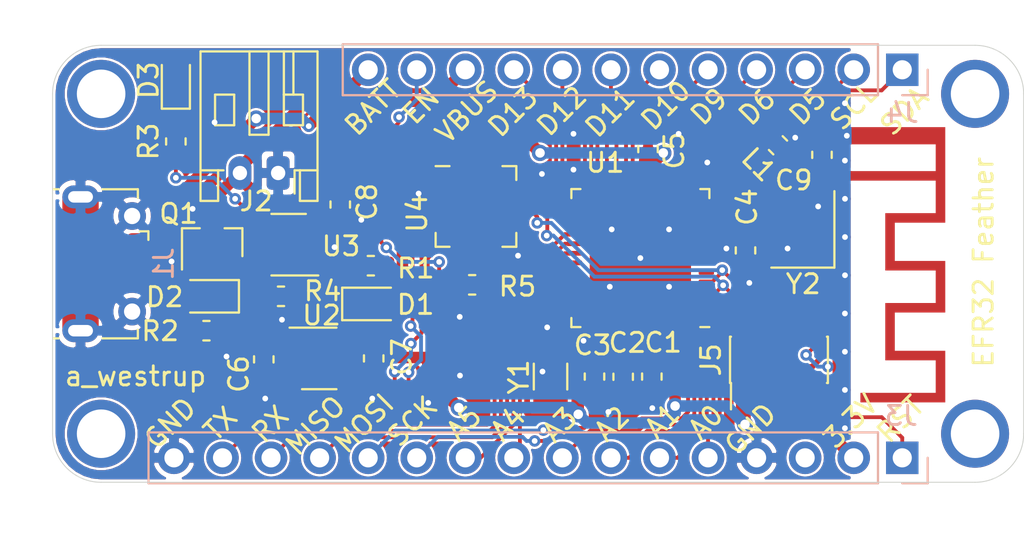
<source format=kicad_pcb>
(kicad_pcb (version 20171130) (host pcbnew 5.1.2-f72e74a~84~ubuntu19.04.1)
  (layers (0 F.Cu signal) (31 B.Cu signal) (34 B.Paste user) (35 F.Paste user) (36 B.SilkS user) (37 F.SilkS user) (38 B.Mask user) (39 F.Mask user) (44 Edge.Cuts user))
  (net 0 "")
  (net 1 "Net-(J1-Pad4)")
  (net 2 +BATT)
  (net 3 GND)
  (net 4 /D1_TX)
  (net 5 /D0_RX)
  (net 6 /D22_MISO)
  (net 7 /D23_MOSI)
  (net 8 /D24_SCK)
  (net 9 /D19_A5)
  (net 10 /D18_A4)
  (net 11 /D17_A3)
  (net 12 /D16_A2)
  (net 13 /D15_A1)
  (net 14 /D14_A0)
  (net 15 /AREF)
  (net 16 +3V3)
  (net 17 /NRESET)
  (net 18 /EN)
  (net 19 VBUS)
  (net 20 /D13)
  (net 21 /D12)
  (net 22 /D11)
  (net 23 /D10)
  (net 24 /D9)
  (net 25 /D6)
  (net 26 /D5)
  (net 27 /D21_SCL)
  (net 28 /D20_SDA)
  (net 29 /USB_D+)
  (net 30 /USB_D-)
  (net 31 "Net-(U1-Pad35)")
  (net 32 "Net-(U1-Pad33)")
  (net 33 "Net-(U1-Pad38)")
  (net 34 "Net-(U1-Pad13)")
  (net 35 "Net-(U1-Pad36)")
  (net 36 "Net-(U1-Pad11)")
  (net 37 "Net-(U1-Pad10)")
  (net 38 "Net-(U1-Pad6)")
  (net 39 "Net-(U1-Pad5)")
  (net 40 "Net-(C3-Pad2)")
  (net 41 "Net-(U2-Pad4)")
  (net 42 /SWDIO)
  (net 43 /SWDCLK)
  (net 44 "Net-(C6-Pad1)")
  (net 45 "Net-(D3-Pad1)")
  (net 46 "Net-(R3-Pad1)")
  (net 47 "Net-(R4-Pad2)")
  (net 48 "Net-(AE1-Pad1)")
  (net 49 "Net-(L1-Pad2)")
  (net 50 "Net-(U4-Pad20)")
  (net 51 "Net-(U4-Pad19)")
  (net 52 "Net-(U4-Pad16)")
  (net 53 "Net-(U4-Pad15)")
  (net 54 "Net-(U4-Pad14)")
  (net 55 "Net-(U4-Pad13)")
  (net 56 "Net-(U4-Pad11)")
  (net 57 "Net-(U4-Pad10)")
  (net 58 "Net-(U4-Pad2)")
  (net 59 "Net-(U4-Pad1)")
  (net 60 /USB_TX)
  (net 61 /USB_RX)
  (net 62 "Net-(R5-Pad2)")
  (net 63 "Net-(U1-Pad8)")
  (net 64 "Net-(U1-Pad7)")
  (net 65 "Net-(J5-Pad9)")
  (net 66 "Net-(J5-Pad5)")
  (module Connector_PinHeader_1.00mm:PinHeader_2x05_P1.00mm_Vertical_SMD (layer F.Cu) (at 184.75 144.825 90)
    (fp_text reference J5 (at 0 -3.56 90) (layer F.SilkS))
    (fp_text value DEBUG)
    (pad 10 smd rect (at 1.65 2 90) (size 2 0.5) (layers F.Cu F.Paste F.Mask) (net 17 /NRESET))
    (pad 9 smd rect (at -1.65 2 90) (size 2 0.5) (layers F.Cu F.Paste F.Mask) (net 65 "Net-(J5-Pad9)"))
    (pad 8 smd rect (at 1.65 1 90) (size 2 0.5) (layers F.Cu F.Paste F.Mask) (net 61 /USB_RX))
    (pad 7 smd rect (at -1.65 1 90) (size 2 0.5) (layers F.Cu F.Paste F.Mask) (net 16 +3V3))
    (pad 6 smd rect (at 1.65 0 90) (size 2 0.5) (layers F.Cu F.Paste F.Mask) (net 60 /USB_TX))
    (pad 5 smd rect (at -1.65 0 90) (size 2 0.5) (layers F.Cu F.Paste F.Mask) (net 66 "Net-(J5-Pad5)"))
    (pad 4 smd rect (at 1.65 -1 90) (size 2 0.5) (layers F.Cu F.Paste F.Mask) (net 43 /SWDCLK))
    (pad 3 smd rect (at -1.65 -1 90) (size 2 0.5) (layers F.Cu F.Paste F.Mask) (net 3 GND))
    (pad 2 smd rect (at 1.65 -2 90) (size 2 0.5) (layers F.Cu F.Paste F.Mask) (net 42 /SWDIO))
    (pad 1 smd rect (at -1.65 -2 90) (size 2 0.5) (layers F.Cu F.Paste F.Mask) (net 16 +3V3))
  )
  (module Diode_SMD:D_SOD-323 (layer F.Cu) (at 163.4 141.9)
    (fp_text reference D1 (at 2.34 0.04) (layer F.SilkS))
    (fp_text value PROTECT)
    (pad 2 smd rect (at 1.05 0) (size 0.6 0.45) (layers F.Cu F.Paste F.Mask) (net 16 +3V3))
    (pad 1 smd rect (at -1.05 0) (size 0.6 0.45) (layers F.Cu F.Paste F.Mask) (net 44 "Net-(C6-Pad1)"))
  )
  (module Connector_JST:JST_PH_S2B-PH-K_1x02_P2.00mm_Horizontal (layer F.Cu) (at 158.55 135.05 180)
    (fp_text reference J2 (at 1.15 -1.48) (layer F.SilkS))
    (fp_text value Battery)
    (pad 2 thru_hole oval (at 2 0 180) (size 1.2 1.75) (drill 0.75) (layers *.Cu *.Mask) (net 2 +BATT))
    (pad 1 thru_hole roundrect (at 0 0 180) (size 1.2 1.75) (drill 0.75) (layers *.Cu *.Mask) (roundrect_rratio 0.208333) (net 3 GND))
  )
  (module Anders_Footprints:QFN-48-1_PIN0_EP_7x7mm_P0.5mm_EP5.3x5.3mm (layer F.Cu) (at 177.5 139.5 180)
    (fp_text reference U1 (at 1.84 4.99 180) (layer F.SilkS))
    (fp_text value EFR32BG_QFN48)
    (pad 48 smd roundrect (at -2.75 -3.45 180) (size 0.25 0.8) (layers F.Cu F.Paste F.Mask) (net 14 /D14_A0))
    (pad 47 smd roundrect (at -2.25 -3.45 180) (size 0.25 0.8) (layers F.Cu F.Paste F.Mask) (net 13 /D15_A1))
    (pad 46 smd roundrect (at -1.75 -3.45 180) (size 0.25 0.8) (layers F.Cu F.Paste F.Mask) (net 12 /D16_A2))
    (pad 45 smd roundrect (at -1.25 -3.45 180) (size 0.25 0.8) (layers F.Cu F.Paste F.Mask) (net 11 /D17_A3))
    (pad 44 smd roundrect (at -0.75 -3.45 180) (size 0.25 0.8) (layers F.Cu F.Paste F.Mask) (net 8 /D24_SCK))
    (pad 43 smd roundrect (at -0.25 -3.45 180) (size 0.25 0.8) (layers F.Cu F.Paste F.Mask) (net 7 /D23_MOSI))
    (pad 42 smd roundrect (at 0.25 -3.45 180) (size 0.25 0.8) (layers F.Cu F.Paste F.Mask) (net 16 +3V3))
    (pad 41 smd roundrect (at 0.75 -3.45 180) (size 0.25 0.8) (layers F.Cu F.Paste F.Mask) (net 40 "Net-(C3-Pad2)"))
    (pad 40 smd roundrect (at 1.25 -3.45 180) (size 0.25 0.8) (layers F.Cu F.Paste F.Mask) (net 16 +3V3))
    (pad 39 smd roundrect (at 1.75 -3.45 180) (size 0.25 0.8) (layers F.Cu F.Paste F.Mask) (net 16 +3V3))
    (pad 38 smd roundrect (at 2.25 -3.45 180) (size 0.25 0.8) (layers F.Cu F.Paste F.Mask) (net 33 "Net-(U1-Pad38)"))
    (pad 37 smd roundrect (at 2.75 -3.45 180) (size 0.25 0.8) (layers F.Cu F.Paste F.Mask) (net 3 GND))
    (pad 36 smd roundrect (at 3.45 -2.75 180) (size 0.8 0.25) (layers F.Cu F.Paste F.Mask) (net 35 "Net-(U1-Pad36)"))
    (pad 35 smd roundrect (at 3.45 -2.25 180) (size 0.8 0.25) (layers F.Cu F.Paste F.Mask) (net 31 "Net-(U1-Pad35)"))
    (pad 34 smd roundrect (at 3.45 -1.75 180) (size 0.8 0.25) (layers F.Cu F.Paste F.Mask) (net 16 +3V3))
    (pad 33 smd roundrect (at 3.45 -1.25 180) (size 0.8 0.25) (layers F.Cu F.Paste F.Mask) (net 32 "Net-(U1-Pad33)"))
    (pad 32 smd roundrect (at 3.45 -0.75 180) (size 0.8 0.25) (layers F.Cu F.Paste F.Mask) (net 10 /D18_A4))
    (pad 31 smd roundrect (at 3.45 -0.25 180) (size 0.8 0.25) (layers F.Cu F.Paste F.Mask) (net 9 /D19_A5))
    (pad 30 smd roundrect (at 3.45 0.25 180) (size 0.8 0.25) (layers F.Cu F.Paste F.Mask) (net 6 /D22_MISO))
    (pad 29 smd roundrect (at 3.45 0.75 180) (size 0.8 0.25) (layers F.Cu F.Paste F.Mask) (net 5 /D0_RX))
    (pad 28 smd roundrect (at 3.45 1.25 180) (size 0.8 0.25) (layers F.Cu F.Paste F.Mask) (net 4 /D1_TX))
    (pad 27 smd roundrect (at 3.45 1.75 180) (size 0.8 0.25) (layers F.Cu F.Paste F.Mask) (net 20 /D13))
    (pad 26 smd roundrect (at 3.45 2.25 180) (size 0.8 0.25) (layers F.Cu F.Paste F.Mask) (net 21 /D12))
    (pad 25 smd roundrect (at 3.45 2.75 180) (size 0.8 0.25) (layers F.Cu F.Paste F.Mask) (net 22 /D11))
    (pad 24 smd roundrect (at 2.75 3.45 180) (size 0.25 0.8) (layers F.Cu F.Paste F.Mask) (net 23 /D10))
    (pad 23 smd roundrect (at 2.25 3.45 180) (size 0.25 0.8) (layers F.Cu F.Paste F.Mask) (net 24 /D9))
    (pad 22 smd roundrect (at 1.75 3.45 180) (size 0.25 0.8) (layers F.Cu F.Paste F.Mask) (net 25 /D6))
    (pad 21 smd roundrect (at 1.25 3.45 180) (size 0.25 0.8) (layers F.Cu F.Paste F.Mask) (net 26 /D5))
    (pad 20 smd roundrect (at 0.75 3.45 180) (size 0.25 0.8) (layers F.Cu F.Paste F.Mask) (net 27 /D21_SCL))
    (pad 19 smd roundrect (at 0.25 3.45 180) (size 0.25 0.8) (layers F.Cu F.Paste F.Mask) (net 28 /D20_SDA))
    (pad 18 smd roundrect (at -0.25 3.45 180) (size 0.25 0.8) (layers F.Cu F.Paste F.Mask) (net 16 +3V3))
    (pad 17 smd roundrect (at -0.75 3.45 180) (size 0.25 0.8) (layers F.Cu F.Paste F.Mask) (net 49 "Net-(L1-Pad2)"))
    (pad 16 smd roundrect (at -1.25 3.45 180) (size 0.25 0.8) (layers F.Cu F.Paste F.Mask) (net 3 GND))
    (pad 15 smd roundrect (at -1.75 3.45 180) (size 0.25 0.8) (layers F.Cu F.Paste F.Mask) (net 3 GND))
    (pad 14 smd roundrect (at -2.25 3.45 180) (size 0.25 0.8) (layers F.Cu F.Paste F.Mask) (net 3 GND))
    (pad 13 smd roundrect (at -2.75 3.45 180) (size 0.25 0.8) (layers F.Cu F.Paste F.Mask) (net 34 "Net-(U1-Pad13)"))
    (pad 12 smd roundrect (at -3.45 2.75 180) (size 0.8 0.25) (layers F.Cu F.Paste F.Mask) (net 17 /NRESET))
    (pad 11 smd roundrect (at -3.45 2.25 180) (size 0.8 0.25) (layers F.Cu F.Paste F.Mask) (net 36 "Net-(U1-Pad11)"))
    (pad 10 smd roundrect (at -3.45 1.75 180) (size 0.8 0.25) (layers F.Cu F.Paste F.Mask) (net 37 "Net-(U1-Pad10)"))
    (pad 9 smd roundrect (at -3.45 1.25 180) (size 0.8 0.25) (layers F.Cu F.Paste F.Mask) (net 16 +3V3))
    (pad 8 smd roundrect (at -3.45 0.75 180) (size 0.8 0.25) (layers F.Cu F.Paste F.Mask) (net 63 "Net-(U1-Pad8)"))
    (pad 7 smd roundrect (at -3.45 0.25 180) (size 0.8 0.25) (layers F.Cu F.Paste F.Mask) (net 64 "Net-(U1-Pad7)"))
    (pad 6 smd roundrect (at -3.45 -0.25 180) (size 0.8 0.25) (layers F.Cu F.Paste F.Mask) (net 38 "Net-(U1-Pad6)"))
    (pad 5 smd roundrect (at -3.45 -0.75 180) (size 0.8 0.25) (layers F.Cu F.Paste F.Mask) (net 39 "Net-(U1-Pad5)"))
    (pad 4 smd roundrect (at -3.45 -1.25 180) (size 0.8 0.25) (layers F.Cu F.Paste F.Mask) (net 61 /USB_RX))
    (pad 3 smd roundrect (at -3.45 -1.75 180) (size 0.8 0.25) (layers F.Cu F.Paste F.Mask) (net 60 /USB_TX))
    (pad 2 smd roundrect (at -3.45 -2.25 180) (size 0.8 0.25) (layers F.Cu F.Paste F.Mask) (net 42 /SWDIO))
    (pad 1 smd roundrect (at -3.45 -2.75 180) (size 0.8 0.25) (layers F.Cu F.Paste F.Mask) (net 43 /SWDCLK))
    (pad 0 smd roundrect (at 0 0 180) (size 5.3 5.3) (layers F.Cu F.Mask) (roundrect_rratio 0.047) (net 3 GND))
  )
  (module Package_TO_SOT_SMD:SOT-23 (layer F.Cu) (at 155.1 138.7 90)
    (fp_text reference Q1 (at 1.52 -1.76 180) (layer F.SilkS))
    (fp_text value DMG2301L)
    (pad 3 smd rect (at 1 0 90) (size 0.9 0.8) (layers F.Cu F.Paste F.Mask) (net 2 +BATT))
    (pad 2 smd rect (at -1 0.95 90) (size 0.9 0.8) (layers F.Cu F.Paste F.Mask) (net 44 "Net-(C6-Pad1)"))
    (pad 1 smd rect (at -1 -0.95 90) (size 0.9 0.8) (layers F.Cu F.Paste F.Mask) (net 19 VBUS))
  )
  (module Resistor_SMD:R_0603_1608Metric (layer F.Cu) (at 168.7 140.9)
    (fp_text reference R5 (at 2.37 0.09) (layer F.SilkS))
    (fp_text value 100k)
    (pad 2 smd roundrect (at 0.7875 0) (size 0.875 0.95) (layers F.Cu F.Paste F.Mask) (net 62 "Net-(R5-Pad2)"))
    (pad 1 smd roundrect (at -0.7875 0) (size 0.875 0.95) (layers F.Cu F.Paste F.Mask) (net 16 +3V3))
  )
  (module Package_DFN_QFN:QFN-20-1EP_4x4mm_P0.5mm_EP2.5x2.5mm (layer F.Cu) (at 168.9 136.8)
    (fp_text reference U4 (at -3.08 0.36 90) (layer F.SilkS))
    (fp_text value CP2102N-A01-GQFN20)
    (pad 20 smd roundrect (at -1 -1.9375) (size 0.25 0.825) (layers F.Cu F.Paste F.Mask) (net 50 "Net-(U4-Pad20)"))
    (pad 19 smd roundrect (at -0.5 -1.9375) (size 0.25 0.825) (layers F.Cu F.Paste F.Mask) (net 51 "Net-(U4-Pad19)"))
    (pad 18 smd roundrect (at 0 -1.9375) (size 0.25 0.825) (layers F.Cu F.Paste F.Mask) (net 60 /USB_TX))
    (pad 17 smd roundrect (at 0.5 -1.9375) (size 0.25 0.825) (layers F.Cu F.Paste F.Mask) (net 61 /USB_RX))
    (pad 16 smd roundrect (at 1 -1.9375) (size 0.25 0.825) (layers F.Cu F.Paste F.Mask) (net 52 "Net-(U4-Pad16)"))
    (pad 15 smd roundrect (at 1.9375 -1) (size 0.825 0.25) (layers F.Cu F.Paste F.Mask) (net 53 "Net-(U4-Pad15)"))
    (pad 14 smd roundrect (at 1.9375 -0.5) (size 0.825 0.25) (layers F.Cu F.Paste F.Mask) (net 54 "Net-(U4-Pad14)"))
    (pad 13 smd roundrect (at 1.9375 0) (size 0.825 0.25) (layers F.Cu F.Paste F.Mask) (net 55 "Net-(U4-Pad13)"))
    (pad 12 smd roundrect (at 1.9375 0.5) (size 0.825 0.25) (layers F.Cu F.Paste F.Mask) (net 3 GND))
    (pad 11 smd roundrect (at 1.9375 1) (size 0.825 0.25) (layers F.Cu F.Paste F.Mask) (net 56 "Net-(U4-Pad11)"))
    (pad 10 smd roundrect (at 1 1.9375) (size 0.25 0.825) (layers F.Cu F.Paste F.Mask) (net 57 "Net-(U4-Pad10)"))
    (pad 9 smd roundrect (at 0.5 1.9375) (size 0.25 0.825) (layers F.Cu F.Paste F.Mask) (net 62 "Net-(R5-Pad2)"))
    (pad 8 smd roundrect (at 0 1.9375) (size 0.25 0.825) (layers F.Cu F.Paste F.Mask) (net 19 VBUS))
    (pad 7 smd roundrect (at -0.5 1.9375) (size 0.25 0.825) (layers F.Cu F.Paste F.Mask) (net 16 +3V3))
    (pad 6 smd roundrect (at -1 1.9375) (size 0.25 0.825) (layers F.Cu F.Paste F.Mask) (net 16 +3V3))
    (pad 5 smd roundrect (at -1.9375 1) (size 0.825 0.25) (layers F.Cu F.Paste F.Mask) (net 30 /USB_D-))
    (pad 4 smd roundrect (at -1.9375 0.5) (size 0.825 0.25) (layers F.Cu F.Paste F.Mask) (net 29 /USB_D+))
    (pad 3 smd roundrect (at -1.9375 0) (size 0.825 0.25) (layers F.Cu F.Paste F.Mask) (net 3 GND))
    (pad 2 smd roundrect (at -1.9375 -0.5) (size 0.825 0.25) (layers F.Cu F.Paste F.Mask) (net 58 "Net-(U4-Pad2)"))
    (pad 1 smd roundrect (at -1.9375 -1) (size 0.825 0.25) (layers F.Cu F.Paste F.Mask) (net 59 "Net-(U4-Pad1)"))
    (pad 21 smd roundrect (at 0 0) (size 2.5 2.5) (layers F.Cu F.Mask) (roundrect_rratio 0.1))
  )
  (module RF_Antenna:Texas_SWRA117D_2.4GHz_Right (layer F.Cu) (at 188.3 135.2 270)
    (fp_text reference AE1 hide)
    (fp_text value Antenna_Chip)
    (fp_poly (pts (xy 2.45 -2.51) (xy 4.45 -2.51) (xy 4.45 -5.15) (xy 7.15 -5.15) (xy 7.15 -2.51) (xy 9.15 -2.51) (xy 9.15 -5.15) (xy 11.85 -5.15) (xy 11.85 -0.71) (xy 11.35 -0.71) (xy 11.35 -4.65) (xy 9.65 -4.65) (xy 9.65 -2.01) (xy 6.65 -2.01) (xy 6.65 -4.65) (xy 4.95 -4.65) (xy 4.95 -2.01) (xy 1.95 -2.01) (xy 1.95 -4.65) (xy 0.25 -4.65) (xy 0.25 0.25) (xy -0.25 0.25) (xy -0.25 -4.65) (xy -1.65 -4.65) (xy -1.65 0.25) (xy -2.55 0.25) (xy -2.55 0.006785) (xy -2.247583 0.006785) (xy -2.237742 0.054395) (xy -2.213674 0.096797) (xy -2.175731 0.129581) (xy -2.167819 0.133935) (xy -2.125156 0.146043) (xy -2.076637 0.1453) (xy -2.031122 0.1324) (xy -2.012511 0.121787) (xy -1.978868 0.086553) (xy -1.958309 0.041368) (xy -1.951778 -0.008158) (xy -1.960218 -0.056417) (xy -1.977112 -0.088643) (xy -2.012372 -0.121313) (xy -2.057682 -0.141408) (xy -2.107267 -0.147982) (xy -2.155353 -0.140092) (xy -2.188245 -0.123186) (xy -2.223185 -0.086416) (xy -2.242847 -0.041622) (xy -2.247583 0.006785) (xy -2.55 0.006785) (xy -2.55 -5.15) (xy 2.45 -5.15) (xy 2.45 -2.51)) (layer F.Cu) (width 0))
    (pad 1 connect rect (at 0 0 270) (size 0.5 0.5) (layers F.Cu) (net 48 "Net-(AE1-Pad1)"))
    (pad 2 thru_hole rect (at -2.1 0 270) (size 0.9 0.5) (drill 0.3) (layers *.Cu) (net 3 GND))
  )
  (module Inductor_SMD:L_0603_1608Metric (layer F.Cu) (at 184.7 133.6 135)
    (fp_text reference L1 (at 0 -1.43 135) (layer F.SilkS))
    (fp_text value 1.9nH)
    (pad 2 smd roundrect (at 0.7875 0 135) (size 0.875 0.95) (layers F.Cu F.Paste F.Mask) (net 49 "Net-(L1-Pad2)"))
    (pad 1 smd roundrect (at -0.7875 0 135) (size 0.875 0.95) (layers F.Cu F.Paste F.Mask) (net 48 "Net-(AE1-Pad1)"))
  )
  (module Capacitor_SMD:C_0603_1608Metric (layer F.Cu) (at 187 134.1 90)
    (fp_text reference C9 (at -1.33 -1.48) (layer F.SilkS))
    (fp_text value 1.5pF)
    (pad 2 smd roundrect (at 0.7875 0 90) (size 0.875 0.95) (layers F.Cu F.Paste F.Mask) (net 3 GND))
    (pad 1 smd roundrect (at -0.7875 0 90) (size 0.875 0.95) (layers F.Cu F.Paste F.Mask) (net 48 "Net-(AE1-Pad1)"))
  )
  (module Package_TO_SOT_SMD:SOT-23-5 (layer F.Cu) (at 159.1 138.8 180)
    (fp_text reference U3 (at -2.74 -0.08) (layer F.SilkS))
    (fp_text value MCP73831-2-OT)
    (pad 5 smd rect (at 1.1 -0.95 180) (size 1.06 0.65) (layers F.Cu F.Paste F.Mask) (net 47 "Net-(R4-Pad2)"))
    (pad 4 smd rect (at 1.1 0.95 180) (size 1.06 0.65) (layers F.Cu F.Paste F.Mask) (net 19 VBUS))
    (pad 3 smd rect (at -1.1 0.95 180) (size 1.06 0.65) (layers F.Cu F.Paste F.Mask) (net 2 +BATT))
    (pad 2 smd rect (at -1.1 0 180) (size 1.06 0.65) (layers F.Cu F.Paste F.Mask) (net 3 GND))
    (pad 1 smd rect (at -1.1 -0.95 180) (size 1.06 0.65) (layers F.Cu F.Paste F.Mask) (net 46 "Net-(R3-Pad1)"))
  )
  (module Resistor_SMD:R_0603_1608Metric (layer F.Cu) (at 158.7 141.5 180)
    (fp_text reference R4 (at -2.18 0.27) (layer F.SilkS))
    (fp_text value 5k)
    (pad 2 smd roundrect (at 0.7875 0 180) (size 0.875 0.95) (layers F.Cu F.Paste F.Mask) (net 47 "Net-(R4-Pad2)"))
    (pad 1 smd roundrect (at -0.7875 0 180) (size 0.875 0.95) (layers F.Cu F.Paste F.Mask) (net 3 GND))
  )
  (module Resistor_SMD:R_0603_1608Metric (layer F.Cu) (at 153.2 133.4 90)
    (fp_text reference R3 (at 0 -1.43 90) (layer F.SilkS))
    (fp_text value 1k)
    (pad 2 smd roundrect (at 0.7875 0 90) (size 0.875 0.95) (layers F.Cu F.Paste F.Mask) (net 45 "Net-(D3-Pad1)"))
    (pad 1 smd roundrect (at -0.7875 0 90) (size 0.875 0.95) (layers F.Cu F.Paste F.Mask) (net 46 "Net-(R3-Pad1)"))
  )
  (module Resistor_SMD:R_0603_1608Metric (layer F.Cu) (at 154.8 143.3)
    (fp_text reference R2 (at -2.42 0.02) (layer F.SilkS))
    (fp_text value 100k)
    (pad 2 smd roundrect (at 0.7875 0) (size 0.875 0.95) (layers F.Cu F.Paste F.Mask) (net 3 GND))
    (pad 1 smd roundrect (at -0.7875 0) (size 0.875 0.95) (layers F.Cu F.Paste F.Mask) (net 19 VBUS))
  )
  (module LED_SMD:LED_0603_1608Metric (layer F.Cu) (at 153.2 130.2 90)
    (fp_text reference D3 (at 0 -1.43 90) (layer F.SilkS))
    (fp_text value CHARGE)
    (pad 2 smd roundrect (at 0.7875 0 90) (size 0.875 0.95) (layers F.Cu F.Paste F.Mask) (net 19 VBUS))
    (pad 1 smd roundrect (at -0.7875 0 90) (size 0.875 0.95) (layers F.Cu F.Paste F.Mask) (net 45 "Net-(D3-Pad1)"))
  )
  (module Diode_SMD:D_SOD-323 (layer F.Cu) (at 155 141.5 180)
    (fp_text reference D2 (at 2.39 -0.04) (layer F.SilkS))
    (fp_text value D_Schottky_Small)
    (pad 2 smd rect (at 1.05 0 180) (size 0.6 0.45) (layers F.Cu F.Paste F.Mask) (net 19 VBUS))
    (pad 1 smd rect (at -1.05 0 180) (size 0.6 0.45) (layers F.Cu F.Paste F.Mask) (net 44 "Net-(C6-Pad1)"))
  )
  (module Capacitor_SMD:C_0603_1608Metric (layer F.Cu) (at 161.8 136.7 90)
    (fp_text reference C8 (at 0.14 1.4 90) (layer F.SilkS))
    (fp_text value 10uF)
    (pad 2 smd roundrect (at 0.7875 0 90) (size 0.875 0.95) (layers F.Cu F.Paste F.Mask) (net 3 GND))
    (pad 1 smd roundrect (at -0.7875 0 90) (size 0.875 0.95) (layers F.Cu F.Paste F.Mask) (net 2 +BATT))
  )
  (module Crystal:Crystal_SMD_3225-4Pin_3.2x2.5mm (layer F.Cu) (at 186 138 90)
    (fp_text reference Y2 (at -2.86 0.02 180) (layer F.SilkS))
    (fp_text value 38.4MHz)
    (pad 4 smd rect (at -1.1 -0.85 90) (size 1.4 1.2) (layers F.Cu F.Paste F.Mask) (net 3 GND))
    (pad 3 smd rect (at 1.1 -0.85 90) (size 1.4 1.2) (layers F.Cu F.Paste F.Mask) (net 36 "Net-(U1-Pad11)"))
    (pad 2 smd rect (at 1.1 0.85 90) (size 1.4 1.2) (layers F.Cu F.Paste F.Mask) (net 3 GND))
    (pad 1 smd rect (at -1.1 0.85 90) (size 1.4 1.2) (layers F.Cu F.Paste F.Mask) (net 37 "Net-(U1-Pad10)"))
  )
  (module Crystal:Crystal_SMD_3215-2Pin_3.2x1.5mm (layer F.Cu) (at 172.8 145.7 270)
    (fp_text reference Y1 (at 0.02 1.66 90) (layer F.SilkS))
    (fp_text value 32768Hz)
    (pad 2 smd rect (at -1.25 0 270) (size 1 1.8) (layers F.Cu F.Paste F.Mask) (net 31 "Net-(U1-Pad35)"))
    (pad 1 smd rect (at 1.25 0 270) (size 1 1.8) (layers F.Cu F.Paste F.Mask) (net 35 "Net-(U1-Pad36)"))
  )
  (module Anders_Footprints:PCB_FeatherWing (layer F.Cu) (at 172.15 139.8)
    (fp_text reference PCB** hide)
    (fp_text value VAL** hide)
    (fp_line (start 22.86 -11.43) (end -22.86 -11.43) (layer Edge.Cuts) (width 0.05))
    (fp_line (start 25.4 8.89) (end 25.4 -8.89) (layer Edge.Cuts) (width 0.05))
    (fp_line (start -22.86 11.43) (end 22.86 11.43) (layer Edge.Cuts) (width 0.05))
    (fp_line (start -25.4 -8.89) (end -25.4 8.89) (layer Edge.Cuts) (width 0.05))
    (fp_arc (start 22.86 -8.89) (end 22.86 -11.43) (angle 90) (layer Edge.Cuts) (width 0.05))
    (fp_arc (start 22.86 8.89) (end 22.86 11.43) (angle -90) (layer Edge.Cuts) (width 0.05))
    (fp_arc (start -22.86 8.89) (end -22.86 11.43) (angle 90) (layer Edge.Cuts) (width 0.05))
    (fp_arc (start -22.86 -8.89) (end -25.4 -8.89) (angle 90) (layer Edge.Cuts) (width 0.05))
    (pad "" np_thru_hole circle (at 22.86 8.89) (size 3.556 3.556) (drill 2.54) (layers *.Cu *.Mask))
    (pad "" np_thru_hole circle (at -22.86 8.89) (size 3.556 3.556) (drill 2.54) (layers *.Cu *.Mask))
    (pad "" np_thru_hole circle (at 22.86 -8.89) (size 3.556 3.556) (drill 2.54) (layers *.Cu *.Mask))
    (pad "" np_thru_hole circle (at -22.86 -8.89) (size 3.556 3.556) (drill 2.54) (layers *.Cu *.Mask))
  )
  (module Resistor_SMD:R_0603_1608Metric (layer F.Cu) (at 163.4 139.9)
    (fp_text reference R1 (at 2.35 0.14) (layer F.SilkS))
    (fp_text value 100k)
    (pad 2 smd roundrect (at 0.7875 0) (size 0.875 0.95) (layers F.Cu F.Paste F.Mask) (net 18 /EN))
    (pad 1 smd roundrect (at -0.7875 0) (size 0.875 0.95) (layers F.Cu F.Paste F.Mask) (net 44 "Net-(C6-Pad1)"))
  )
  (module Package_TO_SOT_SMD:SOT-23-5 (layer F.Cu) (at 160.7 144.75)
    (fp_text reference U2 (at 0.12 -2.25) (layer F.SilkS))
    (fp_text value AP2112K-3.3)
    (pad 5 smd rect (at 1.1 -0.95) (size 1.06 0.65) (layers F.Cu F.Paste F.Mask) (net 16 +3V3))
    (pad 4 smd rect (at 1.1 0.95) (size 1.06 0.65) (layers F.Cu F.Paste F.Mask) (net 41 "Net-(U2-Pad4)"))
    (pad 3 smd rect (at -1.1 0.95) (size 1.06 0.65) (layers F.Cu F.Paste F.Mask) (net 18 /EN))
    (pad 2 smd rect (at -1.1 0) (size 1.06 0.65) (layers F.Cu F.Paste F.Mask) (net 3 GND))
    (pad 1 smd rect (at -1.1 -0.95) (size 1.06 0.65) (layers F.Cu F.Paste F.Mask) (net 44 "Net-(C6-Pad1)"))
  )
  (module Capacitor_SMD:C_0603_1608Metric (layer F.Cu) (at 163.55 144.75 270)
    (fp_text reference C7 (at -0.08 -1.47 90) (layer F.SilkS))
    (fp_text value 1uF)
    (pad 2 smd roundrect (at 0.7875 0 270) (size 0.875 0.95) (layers F.Cu F.Paste F.Mask) (net 3 GND))
    (pad 1 smd roundrect (at -0.7875 0 270) (size 0.875 0.95) (layers F.Cu F.Paste F.Mask) (net 16 +3V3))
  )
  (module Capacitor_SMD:C_0603_1608Metric (layer F.Cu) (at 157.8 144.8 270)
    (fp_text reference C6 (at 0.77 1.31 90) (layer F.SilkS))
    (fp_text value 1uF)
    (pad 2 smd roundrect (at 0.7875 0 270) (size 0.875 0.95) (layers F.Cu F.Paste F.Mask) (net 3 GND))
    (pad 1 smd roundrect (at -0.7875 0 270) (size 0.875 0.95) (layers F.Cu F.Paste F.Mask) (net 44 "Net-(C6-Pad1)"))
  )
  (module Capacitor_SMD:C_0603_1608Metric (layer F.Cu) (at 177.9 133.8 90)
    (fp_text reference C5 (at -0.08 1.37 270) (layer F.SilkS))
    (fp_text value 220nf)
    (pad 2 smd roundrect (at 0.7875 0 90) (size 0.875 0.95) (layers F.Cu F.Paste F.Mask) (net 3 GND))
    (pad 1 smd roundrect (at -0.7875 0 90) (size 0.875 0.95) (layers F.Cu F.Paste F.Mask) (net 16 +3V3))
  )
  (module Capacitor_SMD:C_0603_1608Metric (layer F.Cu) (at 183 139.1 270)
    (fp_text reference C4 (at -2.27 -0.08 90) (layer F.SilkS))
    (fp_text value 220nf)
    (pad 2 smd roundrect (at 0.7875 0 270) (size 0.875 0.95) (layers F.Cu F.Paste F.Mask) (net 3 GND))
    (pad 1 smd roundrect (at -0.7875 0 270) (size 0.875 0.95) (layers F.Cu F.Paste F.Mask) (net 16 +3V3))
  )
  (module Capacitor_SMD:C_0603_1608Metric (layer F.Cu) (at 176.6 145.71 90)
    (fp_text reference C3 (at 1.65 -1.6 180) (layer F.SilkS))
    (fp_text value 1uf)
    (pad 2 smd roundrect (at 0.7875 0 90) (size 0.875 0.95) (layers F.Cu F.Paste F.Mask) (net 40 "Net-(C3-Pad2)"))
    (pad 1 smd roundrect (at -0.7875 0 90) (size 0.875 0.95) (layers F.Cu F.Paste F.Mask) (net 3 GND))
  )
  (module Capacitor_SMD:C_0603_1608Metric (layer F.Cu) (at 175.1 145.7 270)
    (fp_text reference C2 (at -1.77 -1.72 180) (layer F.SilkS))
    (fp_text value 10uf)
    (pad 2 smd roundrect (at 0.7875 0 270) (size 0.875 0.95) (layers F.Cu F.Paste F.Mask) (net 3 GND))
    (pad 1 smd roundrect (at -0.7875 0 270) (size 0.875 0.95) (layers F.Cu F.Paste F.Mask) (net 16 +3V3))
  )
  (module Capacitor_SMD:C_0603_1608Metric (layer F.Cu) (at 178.1 145.7 270)
    (fp_text reference C1 (at -1.78 -0.59) (layer F.SilkS))
    (fp_text value 0.1uF)
    (pad 2 smd roundrect (at 0.7875 0 270) (size 0.875 0.95) (layers F.Cu F.Paste F.Mask) (net 3 GND))
    (pad 1 smd roundrect (at -0.7875 0 270) (size 0.875 0.95) (layers F.Cu F.Paste F.Mask) (net 16 +3V3))
  )
  (module Connector_USB:USB_Micro-B_Molex-105017-0001 (layer F.Cu) (at 149.45 139.8 270)
    (fp_text reference J1 (at 0 -3.1125 90) (layer B.SilkS) (effects (justify mirror)))
    (fp_text value USB)
    (pad 6 smd rect (at -2.9 1.2375 270) (size 1.2 1.9) (layers F.Cu F.Mask) (net 3 GND))
    (pad 6 smd rect (at 2.9 1.2375 270) (size 1.2 1.9) (layers F.Cu F.Mask) (net 3 GND))
    (pad 6 thru_hole oval (at 3.5 1.2375 270) (size 1.2 1.9) (drill oval 0.6 1.3) (layers *.Cu *.Mask) (net 3 GND))
    (pad 6 thru_hole oval (at -3.5 1.2375 90) (size 1.2 1.9) (drill oval 0.6 1.3) (layers *.Cu *.Mask) (net 3 GND))
    (pad 6 smd rect (at -1 1.2375 270) (size 1.5 1.9) (layers F.Cu F.Paste F.Mask) (net 3 GND))
    (pad 6 thru_hole circle (at 2.5 -1.4625 270) (size 1.45 1.45) (drill 0.85) (layers *.Cu *.Mask) (net 3 GND))
    (pad 3 smd rect (at 0 -1.4625 270) (size 0.4 1.35) (layers F.Cu F.Paste F.Mask) (net 29 /USB_D+))
    (pad 4 smd rect (at 0.65 -1.4625 270) (size 0.4 1.35) (layers F.Cu F.Paste F.Mask) (net 1 "Net-(J1-Pad4)"))
    (pad 5 smd rect (at 1.3 -1.4625 270) (size 0.4 1.35) (layers F.Cu F.Paste F.Mask) (net 3 GND))
    (pad 1 smd rect (at -1.3 -1.4625 270) (size 0.4 1.35) (layers F.Cu F.Paste F.Mask) (net 19 VBUS))
    (pad 2 smd rect (at -0.65 -1.4625 270) (size 0.4 1.35) (layers F.Cu F.Paste F.Mask) (net 30 /USB_D-))
    (pad 6 thru_hole circle (at -2.5 -1.4625 270) (size 1.45 1.45) (drill 0.85) (layers *.Cu *.Mask) (net 3 GND))
    (pad 6 smd rect (at 1 1.2375 270) (size 1.5 1.9) (layers F.Cu F.Paste F.Mask) (net 3 GND))
  )
  (module Connector_PinHeader_2.54mm:PinHeader_1x12_P2.54mm_Vertical (layer B.Cu) (at 191.2 129.65 90)
    (fp_text reference J4 (at -2.25 0 180) (layer B.SilkS) (effects (justify mirror)))
    (fp_text value Feather_2)
    (pad 12 thru_hole oval (at 0 -27.94 90) (size 1.7 1.7) (drill 1) (layers *.Cu *.Mask) (net 2 +BATT))
    (pad 11 thru_hole oval (at 0 -25.4 90) (size 1.7 1.7) (drill 1) (layers *.Cu *.Mask) (net 18 /EN))
    (pad 10 thru_hole oval (at 0 -22.86 90) (size 1.7 1.7) (drill 1) (layers *.Cu *.Mask) (net 19 VBUS))
    (pad 9 thru_hole oval (at 0 -20.32 90) (size 1.7 1.7) (drill 1) (layers *.Cu *.Mask) (net 20 /D13))
    (pad 8 thru_hole oval (at 0 -17.78 90) (size 1.7 1.7) (drill 1) (layers *.Cu *.Mask) (net 21 /D12))
    (pad 7 thru_hole oval (at 0 -15.24 90) (size 1.7 1.7) (drill 1) (layers *.Cu *.Mask) (net 22 /D11))
    (pad 6 thru_hole oval (at 0 -12.7 90) (size 1.7 1.7) (drill 1) (layers *.Cu *.Mask) (net 23 /D10))
    (pad 5 thru_hole oval (at 0 -10.16 90) (size 1.7 1.7) (drill 1) (layers *.Cu *.Mask) (net 24 /D9))
    (pad 4 thru_hole oval (at 0 -7.62 90) (size 1.7 1.7) (drill 1) (layers *.Cu *.Mask) (net 25 /D6))
    (pad 3 thru_hole oval (at 0 -5.08 90) (size 1.7 1.7) (drill 1) (layers *.Cu *.Mask) (net 26 /D5))
    (pad 2 thru_hole oval (at 0 -2.54 90) (size 1.7 1.7) (drill 1) (layers *.Cu *.Mask) (net 27 /D21_SCL))
    (pad 1 thru_hole rect (at 0 0 90) (size 1.7 1.7) (drill 1) (layers *.Cu *.Mask) (net 28 /D20_SDA))
  )
  (module Connector_PinHeader_2.54mm:PinHeader_1x16_P2.54mm_Vertical (layer B.Cu) (at 191.2 149.95 90)
    (fp_text reference J3 (at 2.2 -0.05) (layer B.SilkS) (effects (justify mirror)))
    (fp_text value Feather_1)
    (pad 16 thru_hole oval (at 0 -38.1 90) (size 1.7 1.7) (drill 1) (layers *.Cu *.Mask) (net 3 GND))
    (pad 15 thru_hole oval (at 0 -35.56 90) (size 1.7 1.7) (drill 1) (layers *.Cu *.Mask) (net 4 /D1_TX))
    (pad 14 thru_hole oval (at 0 -33.02 90) (size 1.7 1.7) (drill 1) (layers *.Cu *.Mask) (net 5 /D0_RX))
    (pad 13 thru_hole oval (at 0 -30.48 90) (size 1.7 1.7) (drill 1) (layers *.Cu *.Mask) (net 6 /D22_MISO))
    (pad 12 thru_hole oval (at 0 -27.94 90) (size 1.7 1.7) (drill 1) (layers *.Cu *.Mask) (net 7 /D23_MOSI))
    (pad 11 thru_hole oval (at 0 -25.4 90) (size 1.7 1.7) (drill 1) (layers *.Cu *.Mask) (net 8 /D24_SCK))
    (pad 10 thru_hole oval (at 0 -22.86 90) (size 1.7 1.7) (drill 1) (layers *.Cu *.Mask) (net 9 /D19_A5))
    (pad 9 thru_hole oval (at 0 -20.32 90) (size 1.7 1.7) (drill 1) (layers *.Cu *.Mask) (net 10 /D18_A4))
    (pad 8 thru_hole oval (at 0 -17.78 90) (size 1.7 1.7) (drill 1) (layers *.Cu *.Mask) (net 11 /D17_A3))
    (pad 7 thru_hole oval (at 0 -15.24 90) (size 1.7 1.7) (drill 1) (layers *.Cu *.Mask) (net 12 /D16_A2))
    (pad 6 thru_hole oval (at 0 -12.7 90) (size 1.7 1.7) (drill 1) (layers *.Cu *.Mask) (net 13 /D15_A1))
    (pad 5 thru_hole oval (at 0 -10.16 90) (size 1.7 1.7) (drill 1) (layers *.Cu *.Mask) (net 14 /D14_A0))
    (pad 4 thru_hole oval (at 0 -7.62 90) (size 1.7 1.7) (drill 1) (layers *.Cu *.Mask) (net 3 GND))
    (pad 3 thru_hole oval (at 0 -5.08 90) (size 1.7 1.7) (drill 1) (layers *.Cu *.Mask) (net 15 /AREF))
    (pad 2 thru_hole oval (at 0 -2.54 90) (size 1.7 1.7) (drill 1) (layers *.Cu *.Mask) (net 16 +3V3))
    (pad 1 thru_hole rect (at 0 0 90) (size 1.7 1.7) (drill 1) (layers *.Cu *.Mask) (net 17 /NRESET))
  )
  (gr_text RST (at 191.11 147.93 45) (layer F.SilkS) (effects (font (size 1 1))))
  (gr_text 3.3V (at 188.5 148.04 45) (layer F.SilkS) (effects (font (size 1 1))))
  (gr_text GND (at 183.26 148.45 45) (layer F.SilkS) (effects (font (size 1 1))))
  (gr_text A0 (at 180.93 148.08 45) (layer F.SilkS) (effects (font (size 1 1))))
  (gr_text A1 (at 178.65 148.02 45) (layer F.SilkS) (effects (font (size 1 1))))
  (gr_text A2 (at 176.01 148.17 45) (layer F.SilkS) (effects (font (size 1 1))))
  (gr_text A3 (at 173.29 148.23 45) (layer F.SilkS) (effects (font (size 1 1))))
  (gr_text A4 (at 170.58 148.15 45) (layer F.SilkS) (effects (font (size 1 1))))
  (gr_text A5 (at 168.28 148.15 45) (layer F.SilkS) (effects (font (size 1 1))))
  (gr_text SCK (at 165.58 148.05 45) (layer F.SilkS) (effects (font (size 1 1))))
  (gr_text MOSI (at 163.06 148.15 45) (layer F.SilkS) (effects (font (size 1 1))))
  (gr_text MISO (at 160.5 148.27 45) (layer F.SilkS) (effects (font (size 1 1))))
  (gr_text RX (at 158.14 148.2 45) (layer F.SilkS) (effects (font (size 1 1))))
  (gr_text TX (at 155.54 148.18 45) (layer F.SilkS) (effects (font (size 1 1))))
  (gr_text GND (at 152.91 148.15 45) (layer F.SilkS) (effects (font (size 1 1))))
  (gr_text SDA (at 191.31 131.82 45) (layer F.SilkS) (effects (font (size 1 1))))
  (gr_text SCL (at 188.67 131.56 45) (layer F.SilkS) (effects (font (size 1 1))))
  (gr_text D5 (at 186.26 131.58 45) (layer F.SilkS) (effects (font (size 1 1))))
  (gr_text D6 (at 183.61 131.59 45) (layer F.SilkS) (effects (font (size 1 1))))
  (gr_text D9 (at 181.1 131.58 45) (layer F.SilkS) (effects (font (size 1 1))))
  (gr_text D10 (at 178.84 131.51 45) (layer F.SilkS) (effects (font (size 1 1))))
  (gr_text D11 (at 175.92 131.88 45) (layer F.SilkS) (effects (font (size 1 1))))
  (gr_text D12 (at 173.39 131.81 45) (layer F.SilkS) (effects (font (size 1 1))))
  (gr_text D13 (at 170.84 131.86 45) (layer F.SilkS) (effects (font (size 1 1))))
  (gr_text VBUS (at 168.43 131.86 45) (layer F.SilkS) (effects (font (size 1 1))))
  (gr_text EN (at 166.03 131.53 45) (layer F.SilkS) (effects (font (size 1 1))))
  (gr_text BATT (at 163.51 131.62 45) (layer F.SilkS) (effects (font (size 1 1))))
  (gr_text a_westrup (at 151.09 145.68) (layer F.SilkS) (effects (font (size 1 1))))
  (gr_text "EFR32 Feather" (at 195.45 139.71 90) (layer F.SilkS) (effects (font (size 1 1))))
  (segment (start 155.1 136.5) (end 156.55 135.05) (width 0.6) (layer F.Cu) (net 2))
  (segment (start 155.1 137.7) (end 155.1 136.5) (width 0.6) (layer F.Cu) (net 2))
  (segment (start 156.55 135.325) (end 156.55 135.05) (width 0.6) (layer F.Cu) (net 2))
  (segment (start 158.67 136.525) (end 157.75 136.525) (width 0.6) (layer F.Cu) (net 2))
  (segment (start 157.75 136.525) (end 156.55 135.325) (width 0.6) (layer F.Cu) (net 2))
  (segment (start 159.995 137.85) (end 158.67 136.525) (width 0.6) (layer F.Cu) (net 2))
  (segment (start 160.2 137.85) (end 159.995 137.85) (width 0.6) (layer F.Cu) (net 2))
  (segment (start 161.4375 137.85) (end 161.8 137.4875) (width 0.6) (layer F.Cu) (net 2))
  (segment (start 160.2 137.85) (end 161.4375 137.85) (width 0.6) (layer F.Cu) (net 2))
  (segment (start 160.825001 130.499999) (end 156.55 134.775) (width 0.6) (layer F.Cu) (net 2))
  (segment (start 162.410001 130.499999) (end 160.825001 130.499999) (width 0.6) (layer F.Cu) (net 2))
  (segment (start 156.55 134.775) (end 156.55 135.05) (width 0.6) (layer F.Cu) (net 2))
  (segment (start 163.26 129.65) (end 162.410001 130.499999) (width 0.6) (layer F.Cu) (net 2))
  (via (at 175.9 141) (size 0.6) (drill 0.3) (layers F.Cu B.Cu) (net 3))
  (via (at 186.8 136.8) (size 0.6) (drill 0.3) (layers F.Cu B.Cu) (net 3))
  (via (at 185.2 139) (size 0.6) (drill 0.3) (layers F.Cu B.Cu) (net 3))
  (via (at 179 141) (size 0.6) (drill 0.3) (layers F.Cu B.Cu) (net 3))
  (via (at 177.5 139.5) (size 0.6) (drill 0.3) (layers F.Cu B.Cu) (net 3))
  (via (at 176 138) (size 0.6) (drill 0.3) (layers F.Cu B.Cu) (net 3))
  (via (at 179 138) (size 0.6) (drill 0.3) (layers F.Cu B.Cu) (net 3))
  (segment (start 174.75 142.25) (end 177.5 139.5) (width 0.3) (layer F.Cu) (net 3))
  (segment (start 174.75 142.95) (end 174.75 142.25) (width 0.3) (layer F.Cu) (net 3))
  (segment (start 177.5 137.8) (end 177.5 139.5) (width 0.3) (layer F.Cu) (net 3))
  (segment (start 178.75 136.55) (end 177.5 137.8) (width 0.3) (layer F.Cu) (net 3))
  (segment (start 178.75 136.05) (end 178.75 136.55) (width 0.3) (layer F.Cu) (net 3))
  (segment (start 179.25 137.75) (end 177.5 139.5) (width 0.3) (layer F.Cu) (net 3))
  (segment (start 179.25 136.05) (end 179.25 137.75) (width 0.3) (layer F.Cu) (net 3))
  (segment (start 179.75 137.25) (end 177.5 139.5) (width 0.3) (layer F.Cu) (net 3))
  (segment (start 179.75 136.05) (end 179.75 137.25) (width 0.3) (layer F.Cu) (net 3))
  (via (at 181 134.5) (size 0.6) (drill 0.3) (layers F.Cu B.Cu) (net 3))
  (segment (start 178.75 135.75) (end 180 134.5) (width 0.3) (layer F.Cu) (net 3))
  (segment (start 180 134.5) (end 181 134.5) (width 0.3) (layer F.Cu) (net 3))
  (segment (start 178.75 136.05) (end 178.75 135.75) (width 0.3) (layer F.Cu) (net 3))
  (via (at 179.5 133) (size 0.6) (drill 0.3) (layers F.Cu B.Cu) (net 3))
  (via (at 182 139) (size 0.6) (drill 0.3) (layers F.Cu B.Cu) (net 3))
  (via (at 185.6 133.2) (size 0.6) (drill 0.3) (layers F.Cu B.Cu) (net 3))
  (via (at 188.2 134.4) (size 0.6) (drill 0.3) (layers F.Cu B.Cu) (net 3))
  (via (at 188.2 142.4) (size 0.6) (drill 0.3) (layers F.Cu B.Cu) (net 3))
  (via (at 188.2 144.4) (size 0.6) (drill 0.3) (layers F.Cu B.Cu) (net 3))
  (via (at 188.2 146.4) (size 0.6) (drill 0.3) (layers F.Cu B.Cu) (net 3))
  (via (at 188.2 131.4) (size 0.6) (drill 0.3) (layers F.Cu B.Cu) (net 3))
  (via (at 188.2 148.4) (size 0.6) (drill 0.3) (layers F.Cu B.Cu) (net 3))
  (via (at 183.2 140.8) (size 0.6) (drill 0.3) (layers F.Cu B.Cu) (net 3))
  (via (at 165.9 136.125) (size 0.6) (drill 0.3) (layers F.Cu B.Cu) (net 3))
  (via (at 171.1 139.375) (size 0.6) (drill 0.3) (layers F.Cu B.Cu) (net 3))
  (via (at 161.5 138.929021) (size 0.6) (drill 0.3) (layers F.Cu B.Cu) (net 3))
  (via (at 158.75 142.725) (size 0.6) (drill 0.3) (layers F.Cu B.Cu) (net 3))
  (via (at 155.85 144.65) (size 0.6) (drill 0.3) (layers F.Cu B.Cu) (net 3))
  (via (at 155.225 132.4) (size 0.6) (drill 0.3) (layers F.Cu B.Cu) (net 3))
  (via (at 154.075 136.925) (size 0.6) (drill 0.3) (layers F.Cu B.Cu) (net 3))
  (via (at 188.204011 140.4) (size 0.6) (drill 0.3) (layers F.Cu B.Cu) (net 3))
  (via (at 188.204011 138.4) (size 0.6) (drill 0.3) (layers F.Cu B.Cu) (net 3))
  (via (at 188.204011 136.4) (size 0.6) (drill 0.3) (layers F.Cu B.Cu) (net 3))
  (via (at 172.625 143.125) (size 0.6) (drill 0.3) (layers F.Cu B.Cu) (net 3))
  (via (at 174 134.875) (size 0.6) (drill 0.3) (layers F.Cu B.Cu) (net 3))
  (via (at 162.9 137.5) (size 0.6) (drill 0.3) (layers F.Cu B.Cu) (net 3))
  (via (at 172.35 135.1) (size 0.6) (drill 0.3) (layers F.Cu B.Cu) (net 3))
  (via (at 163.475 146.84799) (size 0.6) (drill 0.3) (layers F.Cu B.Cu) (net 3))
  (via (at 157.875 146.84799) (size 0.6) (drill 0.3) (layers F.Cu B.Cu) (net 3))
  (via (at 172.379254 145.437657) (size 0.6) (drill 0.3) (layers F.Cu B.Cu) (net 3))
  (via (at 174.525 143.825) (size 0.6) (drill 0.3) (layers F.Cu B.Cu) (net 3))
  (segment (start 171.52701 137.47701) (end 171.52701 138.94799) (width 0.3) (layer F.Cu) (net 3))
  (segment (start 171.52701 138.94799) (end 171.399999 139.075001) (width 0.3) (layer F.Cu) (net 3))
  (segment (start 171.399999 139.075001) (end 171.1 139.375) (width 0.3) (layer F.Cu) (net 3))
  (segment (start 171.35 137.3) (end 171.52701 137.47701) (width 0.3) (layer F.Cu) (net 3))
  (segment (start 170.8375 137.3) (end 171.35 137.3) (width 0.3) (layer F.Cu) (net 3))
  (via (at 168.05 142.575) (size 0.6) (drill 0.3) (layers F.Cu B.Cu) (net 3))
  (via (at 168.063127 145.6476) (size 0.6) (drill 0.3) (layers F.Cu B.Cu) (net 3))
  (via (at 175.825 147.55) (size 0.6) (drill 0.3) (layers F.Cu B.Cu) (net 3))
  (via (at 178.125 147.35) (size 0.6) (drill 0.3) (layers F.Cu B.Cu) (net 3))
  (via (at 166.4 147.075) (size 0.6) (drill 0.3) (layers F.Cu B.Cu) (net 3))
  (via (at 174 133) (size 0.6) (drill 0.3) (layers F.Cu B.Cu) (net 3))
  (via (at 152.975 139.675) (size 0.6) (drill 0.3) (layers F.Cu B.Cu) (net 3))
  (segment (start 173.55 138.25) (end 174.05 138.25) (width 0.2) (layer F.Cu) (net 4))
  (segment (start 169.875 141.925) (end 173.55 138.25) (width 0.2) (layer F.Cu) (net 4))
  (segment (start 162.46709 148.224022) (end 162.472135 148.218977) (width 0.2) (layer F.Cu) (net 4))
  (segment (start 169.481023 148.218977) (end 169.875 147.825) (width 0.2) (layer F.Cu) (net 4))
  (segment (start 157.365978 148.224022) (end 162.46709 148.224022) (width 0.2) (layer F.Cu) (net 4))
  (segment (start 155.64 149.95) (end 157.365978 148.224022) (width 0.2) (layer F.Cu) (net 4))
  (segment (start 169.875 147.825) (end 169.875 141.925) (width 0.2) (layer F.Cu) (net 4))
  (segment (start 162.472135 148.218977) (end 169.481023 148.218977) (width 0.2) (layer F.Cu) (net 4))
  (segment (start 158.18 149.95) (end 159.578967 148.551033) (width 0.2) (layer F.Cu) (net 5))
  (segment (start 162.602542 148.551033) (end 162.607587 148.545988) (width 0.2) (layer F.Cu) (net 5))
  (segment (start 162.607587 148.545988) (end 169.616475 148.545988) (width 0.2) (layer F.Cu) (net 5))
  (segment (start 173.55 138.75) (end 174.05 138.75) (width 0.2) (layer F.Cu) (net 5))
  (segment (start 170.202011 142.097989) (end 173.55 138.75) (width 0.2) (layer F.Cu) (net 5))
  (segment (start 170.202011 147.960452) (end 170.202011 142.097989) (width 0.2) (layer F.Cu) (net 5))
  (segment (start 169.616475 148.545988) (end 170.202011 147.960452) (width 0.2) (layer F.Cu) (net 5))
  (segment (start 159.578967 148.551033) (end 162.602542 148.551033) (width 0.2) (layer F.Cu) (net 5))
  (segment (start 161.569999 149.100001) (end 162.516037 149.100001) (width 0.2) (layer F.Cu) (net 6))
  (segment (start 162.743039 148.872999) (end 169.751927 148.872999) (width 0.2) (layer F.Cu) (net 6))
  (segment (start 160.72 149.95) (end 161.569999 149.100001) (width 0.2) (layer F.Cu) (net 6))
  (segment (start 162.516037 149.100001) (end 162.743039 148.872999) (width 0.2) (layer F.Cu) (net 6))
  (segment (start 169.751927 148.872999) (end 170.529022 148.095904) (width 0.2) (layer F.Cu) (net 6))
  (segment (start 173.55 139.25) (end 174.05 139.25) (width 0.2) (layer F.Cu) (net 6))
  (segment (start 170.529022 142.270978) (end 173.55 139.25) (width 0.2) (layer F.Cu) (net 6))
  (segment (start 170.529022 148.095904) (end 170.529022 142.270978) (width 0.2) (layer F.Cu) (net 6))
  (via (at 172.425 148.5) (size 0.6) (drill 0.3) (layers F.Cu B.Cu) (net 7))
  (segment (start 179.993967 147.552219) (end 179.65422 147.891966) (width 0.2) (layer F.Cu) (net 7))
  (segment (start 172.541515 148.383485) (end 172.425 148.5) (width 0.2) (layer F.Cu) (net 7))
  (segment (start 177.576683 147.891966) (end 177.268648 148.2) (width 0.2) (layer F.Cu) (net 7))
  (segment (start 177.268648 148.2) (end 174.747182 148.2) (width 0.2) (layer F.Cu) (net 7))
  (segment (start 179.65422 147.891966) (end 177.576683 147.891966) (width 0.2) (layer F.Cu) (net 7))
  (segment (start 179.993967 145.693967) (end 179.993967 147.552219) (width 0.2) (layer F.Cu) (net 7))
  (segment (start 174.747182 148.2) (end 174.563697 148.383485) (width 0.2) (layer F.Cu) (net 7))
  (segment (start 174.563697 148.383485) (end 172.541515 148.383485) (width 0.2) (layer F.Cu) (net 7))
  (segment (start 177.75 143.45) (end 179.993967 145.693967) (width 0.2) (layer F.Cu) (net 7))
  (segment (start 177.75 142.95) (end 177.75 143.45) (width 0.2) (layer F.Cu) (net 7))
  (segment (start 164.685 148.525) (end 172.4 148.525) (width 0.2) (layer B.Cu) (net 7))
  (segment (start 172.4 148.525) (end 172.425 148.5) (width 0.2) (layer B.Cu) (net 7))
  (segment (start 163.26 149.95) (end 164.685 148.525) (width 0.2) (layer B.Cu) (net 7))
  (via (at 171.969362 149.066516) (size 0.6) (drill 0.3) (layers F.Cu B.Cu) (net 8))
  (segment (start 177.4041 148.527011) (end 174.882634 148.527011) (width 0.2) (layer F.Cu) (net 8))
  (segment (start 180.320978 147.687671) (end 179.789672 148.218977) (width 0.2) (layer F.Cu) (net 8))
  (segment (start 174.699149 148.710496) (end 172.994468 148.710496) (width 0.2) (layer F.Cu) (net 8))
  (segment (start 172.994468 148.710496) (end 172.638448 149.066516) (width 0.2) (layer F.Cu) (net 8))
  (segment (start 178.25 143.45) (end 180.320978 145.520978) (width 0.2) (layer F.Cu) (net 8))
  (segment (start 177.712133 148.218978) (end 177.4041 148.527011) (width 0.2) (layer F.Cu) (net 8))
  (segment (start 172.393626 149.066516) (end 171.969362 149.066516) (width 0.2) (layer F.Cu) (net 8))
  (segment (start 179.789672 148.218977) (end 177.712133 148.218978) (width 0.2) (layer F.Cu) (net 8))
  (segment (start 174.882634 148.527011) (end 174.699149 148.710496) (width 0.2) (layer F.Cu) (net 8))
  (segment (start 178.25 142.95) (end 178.25 143.45) (width 0.2) (layer F.Cu) (net 8))
  (segment (start 172.638448 149.066516) (end 172.393626 149.066516) (width 0.2) (layer F.Cu) (net 8))
  (segment (start 180.320978 145.520978) (end 180.320978 147.687671) (width 0.2) (layer F.Cu) (net 8))
  (segment (start 171.330593 148.852011) (end 171.545098 149.066516) (width 0.2) (layer B.Cu) (net 8))
  (segment (start 171.545098 149.066516) (end 171.969362 149.066516) (width 0.2) (layer B.Cu) (net 8))
  (segment (start 165.8 149.95) (end 166.897989 148.852011) (width 0.2) (layer B.Cu) (net 8))
  (segment (start 166.897989 148.852011) (end 171.330593 148.852011) (width 0.2) (layer B.Cu) (net 8))
  (segment (start 168.34 149.95) (end 169.137389 149.95) (width 0.2) (layer F.Cu) (net 9))
  (segment (start 170.856033 148.231356) (end 170.856033 142.443967) (width 0.2) (layer F.Cu) (net 9))
  (segment (start 170.856033 142.443967) (end 173.55 139.75) (width 0.2) (layer F.Cu) (net 9))
  (segment (start 173.55 139.75) (end 174.05 139.75) (width 0.2) (layer F.Cu) (net 9))
  (segment (start 169.137389 149.95) (end 170.856033 148.231356) (width 0.2) (layer F.Cu) (net 9))
  (segment (start 173.541826 140.25) (end 173.55 140.25) (width 0.2) (layer F.Cu) (net 10))
  (segment (start 171.197989 142.593837) (end 173.541826 140.25) (width 0.2) (layer F.Cu) (net 10))
  (segment (start 170.88 149.95) (end 171.197989 149.632011) (width 0.2) (layer F.Cu) (net 10))
  (segment (start 173.55 140.25) (end 174.05 140.25) (width 0.2) (layer F.Cu) (net 10))
  (segment (start 171.197989 149.632011) (end 171.197989 142.593837) (width 0.2) (layer F.Cu) (net 10))
  (segment (start 177.539554 148.854022) (end 177.847587 148.545988) (width 0.2) (layer F.Cu) (net 11))
  (segment (start 174.772107 149.100001) (end 175.018086 148.854022) (width 0.2) (layer F.Cu) (net 11))
  (segment (start 175.018086 148.854022) (end 177.539554 148.854022) (width 0.2) (layer F.Cu) (net 11))
  (segment (start 180.647989 147.823123) (end 180.647989 145.347989) (width 0.2) (layer F.Cu) (net 11))
  (segment (start 174.269999 149.100001) (end 174.772107 149.100001) (width 0.2) (layer F.Cu) (net 11))
  (segment (start 180.647989 145.347989) (end 178.75 143.45) (width 0.2) (layer F.Cu) (net 11))
  (segment (start 178.75 143.45) (end 178.75 142.95) (width 0.2) (layer F.Cu) (net 11))
  (segment (start 173.42 149.95) (end 174.269999 149.100001) (width 0.2) (layer F.Cu) (net 11))
  (segment (start 179.925124 148.545988) (end 180.647989 147.823123) (width 0.2) (layer F.Cu) (net 11))
  (segment (start 177.847587 148.545988) (end 179.925124 148.545988) (width 0.2) (layer F.Cu) (net 11))
  (segment (start 180.975 145.175) (end 179.25 143.45) (width 0.2) (layer F.Cu) (net 12))
  (segment (start 177.983039 148.872999) (end 180.060576 148.872999) (width 0.2) (layer F.Cu) (net 12))
  (segment (start 180.060576 148.872999) (end 180.975 147.958575) (width 0.2) (layer F.Cu) (net 12))
  (segment (start 175.96 149.95) (end 176.906038 149.95) (width 0.2) (layer F.Cu) (net 12))
  (segment (start 176.906038 149.95) (end 177.983039 148.872999) (width 0.2) (layer F.Cu) (net 12))
  (segment (start 179.25 143.45) (end 179.25 142.95) (width 0.2) (layer F.Cu) (net 12))
  (segment (start 180.975 147.958575) (end 180.975 145.175) (width 0.2) (layer F.Cu) (net 12))
  (segment (start 181.322989 148.073049) (end 181.322989 145.022989) (width 0.2) (layer F.Cu) (net 13))
  (segment (start 181.322989 145.022989) (end 179.75 143.45) (width 0.2) (layer F.Cu) (net 13))
  (segment (start 179.75 143.45) (end 179.75 142.95) (width 0.2) (layer F.Cu) (net 13))
  (segment (start 179.446038 149.95) (end 181.322989 148.073049) (width 0.2) (layer F.Cu) (net 13))
  (segment (start 178.5 149.95) (end 179.446038 149.95) (width 0.2) (layer F.Cu) (net 13))
  (segment (start 180.25 143.35) (end 180.25 142.95) (width 0.2) (layer F.Cu) (net 14))
  (segment (start 181.65 148.3) (end 181.65 144.75) (width 0.2) (layer F.Cu) (net 14))
  (segment (start 181.04 149.95) (end 181.04 148.91) (width 0.2) (layer F.Cu) (net 14))
  (segment (start 181.65 144.75) (end 180.25 143.35) (width 0.2) (layer F.Cu) (net 14))
  (segment (start 181.04 148.91) (end 181.65 148.3) (width 0.2) (layer F.Cu) (net 14))
  (segment (start 177.25 144.0625) (end 178.1 144.9125) (width 0.3) (layer F.Cu) (net 16))
  (segment (start 177.25 142.95) (end 177.25 144.0625) (width 0.3) (layer F.Cu) (net 16))
  (segment (start 177.75 134.7375) (end 177.9 134.5875) (width 0.3) (layer F.Cu) (net 16))
  (segment (start 177.75 136.05) (end 177.75 134.7375) (width 0.3) (layer F.Cu) (net 16))
  (segment (start 182.9375 138.25) (end 183 138.3125) (width 0.3) (layer F.Cu) (net 16))
  (segment (start 180.95 138.25) (end 182.9375 138.25) (width 0.3) (layer F.Cu) (net 16))
  (segment (start 163.3875 143.8) (end 163.55 143.9625) (width 0.6) (layer F.Cu) (net 16))
  (segment (start 161.8 143.8) (end 163.3875 143.8) (width 0.6) (layer F.Cu) (net 16))
  (segment (start 167.9 140.8875) (end 167.9125 140.9) (width 0.2) (layer F.Cu) (net 16))
  (segment (start 167.9 138.7375) (end 167.9 140.8875) (width 0.2) (layer F.Cu) (net 16))
  (segment (start 178.7 134) (end 172.25 134) (width 0.6) (layer B.Cu) (net 16))
  (via (at 172.25 134) (size 0.85) (drill 0.5) (layers F.Cu B.Cu) (net 16))
  (segment (start 178.1125 134.5875) (end 178.7 134) (width 0.6) (layer F.Cu) (net 16))
  (segment (start 177.9 134.5875) (end 178.1125 134.5875) (width 0.6) (layer F.Cu) (net 16))
  (via (at 178.7 134) (size 0.85) (drill 0.5) (layers F.Cu B.Cu) (net 16))
  (segment (start 171.218977 132.968977) (end 171.825001 133.575001) (width 0.6) (layer F.Cu) (net 16))
  (segment (start 171.825001 133.575001) (end 172.25 134) (width 0.6) (layer F.Cu) (net 16))
  (segment (start 165.022998 137.648962) (end 165.022998 135.477002) (width 0.6) (layer F.Cu) (net 16))
  (segment (start 163.55 143.9625) (end 165.05201 142.46049) (width 0.6) (layer F.Cu) (net 16))
  (segment (start 165.05201 137.677974) (end 165.022998 137.648962) (width 0.6) (layer F.Cu) (net 16))
  (segment (start 167.531023 132.968977) (end 171.218977 132.968977) (width 0.6) (layer F.Cu) (net 16))
  (segment (start 165.022998 135.477002) (end 167.531023 132.968977) (width 0.6) (layer F.Cu) (net 16))
  (segment (start 165.05201 142.42701) (end 165.05201 142.46049) (width 0.2) (layer F.Cu) (net 16))
  (segment (start 164.525 141.9) (end 165.05201 142.42701) (width 0.2) (layer F.Cu) (net 16))
  (segment (start 164.45 141.9) (end 164.525 141.9) (width 0.2) (layer F.Cu) (net 16))
  (segment (start 168.4 138.7375) (end 167.9 138.7375) (width 0.3) (layer F.Cu) (net 16))
  (segment (start 165.05201 138.62701) (end 165.05201 137.677974) (width 0.6) (layer F.Cu) (net 16))
  (segment (start 165.05201 142.46049) (end 165.05201 138.62701) (width 0.6) (layer F.Cu) (net 16))
  (segment (start 163.55 143.9625) (end 164.289501 144.702001) (width 0.6) (layer F.Cu) (net 16))
  (segment (start 166.377001 139.518037) (end 166.377001 144.702001) (width 0.2) (layer F.Cu) (net 16))
  (segment (start 167.9 138.7375) (end 167.157538 138.7375) (width 0.2) (layer F.Cu) (net 16))
  (segment (start 167.157538 138.7375) (end 166.377001 139.518037) (width 0.2) (layer F.Cu) (net 16))
  (segment (start 164.289501 144.702001) (end 166.377001 144.702001) (width 0.6) (layer F.Cu) (net 16))
  (segment (start 176.1 143) (end 176 142.9) (width 0.6) (layer F.Cu) (net 16))
  (segment (start 176.1 143.625) (end 176.1 143) (width 0.6) (layer F.Cu) (net 16))
  (segment (start 175.6 144.125) (end 176.1 143.625) (width 0.6) (layer F.Cu) (net 16))
  (segment (start 175.1 144.9125) (end 175.6 144.4125) (width 0.6) (layer F.Cu) (net 16))
  (segment (start 175.6 144.4125) (end 175.6 144.125) (width 0.6) (layer F.Cu) (net 16))
  (segment (start 185.75 148.075) (end 185.75 146.475) (width 0.6) (layer F.Cu) (net 16))
  (segment (start 186.347999 148.672999) (end 185.75 148.075) (width 0.6) (layer F.Cu) (net 16))
  (segment (start 187.382999 148.672999) (end 186.347999 148.672999) (width 0.6) (layer F.Cu) (net 16))
  (segment (start 188.66 149.95) (end 187.382999 148.672999) (width 0.6) (layer F.Cu) (net 16))
  (segment (start 185.75 145.456398) (end 185.75 146.475) (width 0.6) (layer F.Cu) (net 16))
  (segment (start 183.158399 145.047999) (end 185.341601 145.047999) (width 0.6) (layer F.Cu) (net 16))
  (segment (start 182.75 145.456398) (end 183.158399 145.047999) (width 0.6) (layer F.Cu) (net 16))
  (segment (start 185.341601 145.047999) (end 185.75 145.456398) (width 0.6) (layer F.Cu) (net 16))
  (segment (start 182.75 146.475) (end 182.75 145.456398) (width 0.6) (layer F.Cu) (net 16))
  (segment (start 187.277001 144.396601) (end 186.475603 145.197999) (width 0.3) (layer F.Cu) (net 16))
  (segment (start 187.247999 141.897999) (end 187.277001 141.927001) (width 0.3) (layer F.Cu) (net 16))
  (segment (start 186.475603 145.197999) (end 186.008399 145.197999) (width 0.3) (layer F.Cu) (net 16))
  (segment (start 185.747999 141.897999) (end 187.247999 141.897999) (width 0.3) (layer F.Cu) (net 16))
  (segment (start 186.008399 145.197999) (end 185.75 145.456398) (width 0.3) (layer F.Cu) (net 16))
  (segment (start 187.277001 141.927001) (end 187.277001 144.396601) (width 0.3) (layer F.Cu) (net 16))
  (segment (start 183.75201 139.90201) (end 185.747999 141.897999) (width 0.3) (layer F.Cu) (net 16))
  (segment (start 183.75201 139.06451) (end 183.75201 139.90201) (width 0.3) (layer F.Cu) (net 16))
  (segment (start 183 138.3125) (end 183.75201 139.06451) (width 0.3) (layer F.Cu) (net 16))
  (segment (start 178.1 144.9125) (end 179.31548 146.12798) (width 0.6) (layer F.Cu) (net 16))
  (via (at 179.31548 147.239957) (size 0.85) (drill 0.5) (layers F.Cu B.Cu) (net 16))
  (segment (start 179.31548 146.638917) (end 179.31548 147.239957) (width 0.6) (layer F.Cu) (net 16))
  (segment (start 179.31548 146.12798) (end 179.31548 146.638917) (width 0.6) (layer F.Cu) (net 16))
  (segment (start 174.25 147.073956) (end 174.25 147.674996) (width 0.6) (layer F.Cu) (net 16))
  (via (at 174.25 147.674996) (size 0.85) (drill 0.5) (layers F.Cu B.Cu) (net 16))
  (segment (start 174.19799 147.021946) (end 174.25 147.073956) (width 0.6) (layer F.Cu) (net 16))
  (segment (start 174.19799 145.81451) (end 174.19799 147.021946) (width 0.6) (layer F.Cu) (net 16))
  (segment (start 175.1 144.9125) (end 174.19799 145.81451) (width 0.6) (layer F.Cu) (net 16))
  (segment (start 173.973606 147.674996) (end 174.25 147.674996) (width 0.3) (layer F.Cu) (net 16))
  (segment (start 173.075 141.25) (end 171.575 142.75) (width 0.3) (layer F.Cu) (net 16))
  (segment (start 174.05 141.25) (end 173.075 141.25) (width 0.3) (layer F.Cu) (net 16))
  (segment (start 171.575 142.75) (end 171.575 147.623602) (width 0.3) (layer F.Cu) (net 16))
  (segment (start 171.726398 147.775) (end 173.873602 147.775) (width 0.3) (layer F.Cu) (net 16))
  (segment (start 173.873602 147.775) (end 173.973606 147.674996) (width 0.3) (layer F.Cu) (net 16))
  (segment (start 171.575 147.623602) (end 171.726398 147.775) (width 0.3) (layer F.Cu) (net 16))
  (segment (start 166.377001 145.702001) (end 167.575001 146.900001) (width 0.6) (layer F.Cu) (net 16))
  (segment (start 167.575001 146.900001) (end 168 147.325) (width 0.6) (layer F.Cu) (net 16))
  (segment (start 166.377001 144.702001) (end 166.377001 145.702001) (width 0.6) (layer F.Cu) (net 16))
  (via (at 168 147.325) (size 0.85) (drill 0.5) (layers F.Cu B.Cu) (net 16))
  (segment (start 173.900004 147.325) (end 174.25 147.674996) (width 0.6) (layer B.Cu) (net 16))
  (segment (start 168 147.325) (end 173.900004 147.325) (width 0.6) (layer B.Cu) (net 16))
  (via (at 182.975 148.2) (size 0.85) (drill 0.5) (layers F.Cu B.Cu) (net 16))
  (segment (start 179.31548 147.239957) (end 182.014957 147.239957) (width 0.6) (layer B.Cu) (net 16))
  (segment (start 182.014957 147.239957) (end 182.975 148.2) (width 0.6) (layer B.Cu) (net 16))
  (segment (start 182.975 146.7) (end 182.75 146.475) (width 0.6) (layer F.Cu) (net 16))
  (segment (start 182.975 148.2) (end 182.975 146.7) (width 0.6) (layer F.Cu) (net 16))
  (segment (start 179.31548 147.60952) (end 179.31548 147.239957) (width 0.6) (layer B.Cu) (net 16))
  (segment (start 178.8 148.125) (end 179.31548 147.60952) (width 0.6) (layer B.Cu) (net 16))
  (segment (start 174.700004 148.125) (end 178.8 148.125) (width 0.6) (layer B.Cu) (net 16))
  (segment (start 174.25 147.674996) (end 174.700004 148.125) (width 0.6) (layer B.Cu) (net 16))
  (segment (start 191.2 148.9) (end 190.125 147.825) (width 0.2) (layer F.Cu) (net 17))
  (segment (start 191.2 149.95) (end 191.2 148.9) (width 0.2) (layer F.Cu) (net 17))
  (segment (start 190.125 147.825) (end 187.875 147.825) (width 0.2) (layer F.Cu) (net 17))
  (segment (start 187.875 147.825) (end 187.654011 147.604011) (width 0.2) (layer F.Cu) (net 17))
  (segment (start 187.349681 145.220989) (end 187.309208 145.180516) (width 0.2) (layer F.Cu) (net 17))
  (segment (start 187.654011 145.220989) (end 187.349681 145.220989) (width 0.2) (layer F.Cu) (net 17))
  (via (at 187.309208 145.180516) (size 0.6) (drill 0.3) (layers F.Cu B.Cu) (net 17))
  (segment (start 187.654011 147.604011) (end 187.654011 145.220989) (width 0.2) (layer F.Cu) (net 17))
  (via (at 186.168204 144.567477) (size 0.6) (drill 0.3) (layers F.Cu B.Cu) (net 17))
  (segment (start 187.309208 145.180516) (end 186.781243 145.180516) (width 0.2) (layer B.Cu) (net 17))
  (segment (start 186.781243 145.180516) (end 186.168204 144.567477) (width 0.2) (layer B.Cu) (net 17))
  (segment (start 186.75 143.985681) (end 186.75 143.175) (width 0.2) (layer F.Cu) (net 17))
  (segment (start 186.168204 144.567477) (end 186.75 143.985681) (width 0.2) (layer F.Cu) (net 17))
  (segment (start 187.631601 135.972999) (end 181.727001 135.972999) (width 0.2) (layer F.Cu) (net 17))
  (segment (start 187.654011 145.220989) (end 187.654011 140.229011) (width 0.2) (layer F.Cu) (net 17))
  (segment (start 181.727001 135.972999) (end 181.14571 136.55429) (width 0.2) (layer F.Cu) (net 17))
  (segment (start 187.677001 136.018399) (end 187.631601 135.972999) (width 0.2) (layer F.Cu) (net 17))
  (segment (start 187.677001 140.206021) (end 187.677001 136.018399) (width 0.2) (layer F.Cu) (net 17))
  (segment (start 187.654011 140.229011) (end 187.677001 140.206021) (width 0.2) (layer F.Cu) (net 17))
  (segment (start 181.14571 136.55429) (end 180.95 136.75) (width 0.2) (layer F.Cu) (net 17))
  (segment (start 160.33 145.7) (end 159.6 145.7) (width 0.2) (layer F.Cu) (net 18))
  (segment (start 160.357001 145.672999) (end 160.33 145.7) (width 0.2) (layer F.Cu) (net 18))
  (segment (start 160.357001 143.979397) (end 160.357001 145.672999) (width 0.2) (layer F.Cu) (net 18))
  (segment (start 161.088399 143.247999) (end 160.357001 143.979397) (width 0.2) (layer F.Cu) (net 18))
  (segment (start 161.935603 143.247999) (end 161.088399 143.247999) (width 0.2) (layer F.Cu) (net 18))
  (segment (start 163.725888 141.457714) (end 161.935603 143.247999) (width 0.2) (layer F.Cu) (net 18))
  (segment (start 163.725888 140.361612) (end 163.725888 141.457714) (width 0.2) (layer F.Cu) (net 18))
  (segment (start 164.1875 139.9) (end 163.725888 140.361612) (width 0.2) (layer F.Cu) (net 18))
  (via (at 164.875 132.125) (size 0.6) (drill 0.3) (layers F.Cu B.Cu) (net 18))
  (segment (start 164.85 132.425) (end 164.85 132.15) (width 0.2) (layer F.Cu) (net 18))
  (segment (start 163.622999 133.652001) (end 164.85 132.425) (width 0.2) (layer F.Cu) (net 18))
  (segment (start 164.1875 139.9) (end 163.622999 139.335499) (width 0.2) (layer F.Cu) (net 18))
  (segment (start 164.85 132.15) (end 164.875 132.125) (width 0.2) (layer F.Cu) (net 18))
  (segment (start 163.622999 139.335499) (end 163.622999 133.652001) (width 0.2) (layer F.Cu) (net 18))
  (segment (start 165.8 131.2) (end 164.875 132.125) (width 0.2) (layer B.Cu) (net 18))
  (segment (start 165.8 129.65) (end 165.8 131.2) (width 0.2) (layer B.Cu) (net 18))
  (segment (start 152.95 138.5) (end 154.15 139.7) (width 0.6) (layer F.Cu) (net 19))
  (segment (start 150.9125 138.5) (end 152.95 138.5) (width 0.6) (layer F.Cu) (net 19))
  (segment (start 156.142999 138.577001) (end 156.87 137.85) (width 0.6) (layer F.Cu) (net 19))
  (segment (start 156.87 137.85) (end 158 137.85) (width 0.6) (layer F.Cu) (net 19))
  (segment (start 155.222999 138.577001) (end 156.142999 138.577001) (width 0.6) (layer F.Cu) (net 19))
  (segment (start 154.15 139.65) (end 155.222999 138.577001) (width 0.6) (layer F.Cu) (net 19))
  (segment (start 154.15 139.7) (end 154.15 139.65) (width 0.6) (layer F.Cu) (net 19))
  (segment (start 154.0125 141.5625) (end 153.95 141.5) (width 0.2) (layer F.Cu) (net 19))
  (segment (start 154.0125 143.3) (end 154.0125 141.5625) (width 0.2) (layer F.Cu) (net 19))
  (segment (start 153.95 139.9) (end 154.15 139.7) (width 0.2) (layer F.Cu) (net 19))
  (segment (start 153.95 141.5) (end 153.95 139.9) (width 0.2) (layer F.Cu) (net 19))
  (segment (start 151.3875 138.5) (end 150.9125 138.5) (width 0.2) (layer F.Cu) (net 19))
  (segment (start 152.49799 137.38951) (end 151.3875 138.5) (width 0.2) (layer F.Cu) (net 19))
  (segment (start 152.49799 130.11451) (end 152.49799 137.38951) (width 0.2) (layer F.Cu) (net 19))
  (segment (start 153.2 129.4125) (end 152.49799 130.11451) (width 0.2) (layer F.Cu) (net 19))
  (via (at 157.4 132.2) (size 0.85) (drill 0.5) (layers F.Cu B.Cu) (net 19))
  (segment (start 152.95 138.5) (end 152.95 136.65) (width 0.6) (layer F.Cu) (net 19))
  (segment (start 152.95 136.65) (end 157.4 132.2) (width 0.6) (layer F.Cu) (net 19))
  (via (at 160.15 132.6) (size 0.6) (drill 0.3) (layers F.Cu B.Cu) (net 19))
  (segment (start 157.4 132.2) (end 159.75 132.2) (width 0.6) (layer B.Cu) (net 19))
  (segment (start 159.75 132.2) (end 160.15 132.6) (width 0.6) (layer B.Cu) (net 19))
  (segment (start 166.69 131.3) (end 168.34 129.65) (width 0.6) (layer F.Cu) (net 19))
  (segment (start 160.15 132.6) (end 161.45 131.3) (width 0.6) (layer F.Cu) (net 19))
  (segment (start 161.45 131.3) (end 166.69 131.3) (width 0.6) (layer F.Cu) (net 19))
  (via (at 164.209556 138.942632) (size 0.6) (drill 0.3) (layers F.Cu B.Cu) (net 19))
  (segment (start 164.966924 139.7) (end 166.550736 139.7) (width 0.2) (layer B.Cu) (net 19))
  (segment (start 166.550736 139.7) (end 166.975 139.7) (width 0.2) (layer B.Cu) (net 19))
  (segment (start 167.509108 141.60201) (end 166.975 141.067902) (width 0.2) (layer F.Cu) (net 19))
  (segment (start 168.77701 139.37299) (end 168.77701 141.140892) (width 0.2) (layer F.Cu) (net 19))
  (segment (start 168.9 138.7375) (end 168.9 139.25) (width 0.2) (layer F.Cu) (net 19))
  (segment (start 164.209556 138.942632) (end 164.966924 139.7) (width 0.2) (layer B.Cu) (net 19))
  (segment (start 166.975 141.067902) (end 166.975 140.124264) (width 0.2) (layer F.Cu) (net 19))
  (via (at 166.975 139.7) (size 0.6) (drill 0.3) (layers F.Cu B.Cu) (net 19))
  (segment (start 168.9 139.25) (end 168.77701 139.37299) (width 0.2) (layer F.Cu) (net 19))
  (segment (start 166.975 140.124264) (end 166.975 139.7) (width 0.2) (layer F.Cu) (net 19))
  (segment (start 168.315892 141.60201) (end 167.509108 141.60201) (width 0.2) (layer F.Cu) (net 19))
  (segment (start 168.77701 141.140892) (end 168.315892 141.60201) (width 0.2) (layer F.Cu) (net 19))
  (segment (start 163.95 133.8) (end 168.1 129.65) (width 0.2) (layer F.Cu) (net 19))
  (segment (start 164.209556 138.942632) (end 163.95 138.683076) (width 0.2) (layer F.Cu) (net 19))
  (segment (start 168.1 129.65) (end 168.34 129.65) (width 0.2) (layer F.Cu) (net 19))
  (segment (start 163.95 138.683076) (end 163.95 133.8) (width 0.2) (layer F.Cu) (net 19))
  (segment (start 173.09299 131.86299) (end 173.09299 137.113028) (width 0.2) (layer F.Cu) (net 20))
  (segment (start 173.09299 137.113028) (end 173.729962 137.75) (width 0.2) (layer F.Cu) (net 20))
  (segment (start 173.729962 137.75) (end 174.05 137.75) (width 0.2) (layer F.Cu) (net 20))
  (segment (start 170.88 129.65) (end 173.09299 131.86299) (width 0.2) (layer F.Cu) (net 20))
  (segment (start 173.42 129.65) (end 173.42 136.977575) (width 0.2) (layer F.Cu) (net 21))
  (segment (start 173.42 136.977575) (end 173.692425 137.25) (width 0.2) (layer F.Cu) (net 21))
  (segment (start 173.692425 137.25) (end 174.05 137.25) (width 0.2) (layer F.Cu) (net 21))
  (segment (start 174.39799 136.40201) (end 174.05 136.75) (width 0.2) (layer F.Cu) (net 22))
  (segment (start 175.96 130.965) (end 174.6 132.325) (width 0.2) (layer F.Cu) (net 22))
  (segment (start 174.39799 135.59258) (end 174.39799 136.40201) (width 0.2) (layer F.Cu) (net 22))
  (segment (start 175.96 129.65) (end 175.96 130.965) (width 0.2) (layer F.Cu) (net 22))
  (segment (start 174.6 132.325) (end 174.6 135.39057) (width 0.2) (layer F.Cu) (net 22))
  (segment (start 174.6 135.39057) (end 174.39799 135.59258) (width 0.2) (layer F.Cu) (net 22))
  (segment (start 174.75 135.703033) (end 174.75 136.05) (width 0.2) (layer F.Cu) (net 23))
  (segment (start 178.5 129.65) (end 177.650001 130.499999) (width 0.2) (layer F.Cu) (net 23))
  (segment (start 176.937541 130.499999) (end 174.927011 132.510529) (width 0.2) (layer F.Cu) (net 23))
  (segment (start 177.650001 130.499999) (end 176.937541 130.499999) (width 0.2) (layer F.Cu) (net 23))
  (segment (start 174.927011 135.526022) (end 174.75 135.703033) (width 0.2) (layer F.Cu) (net 23))
  (segment (start 174.927011 132.510529) (end 174.927011 135.526022) (width 0.2) (layer F.Cu) (net 23))
  (segment (start 179.79 130.9) (end 177.000002 130.9) (width 0.2) (layer F.Cu) (net 24))
  (segment (start 181.04 129.65) (end 179.79 130.9) (width 0.2) (layer F.Cu) (net 24))
  (segment (start 175.254022 136.045978) (end 175.25 136.05) (width 0.2) (layer F.Cu) (net 24))
  (segment (start 177.000002 130.9) (end 175.254022 132.64598) (width 0.2) (layer F.Cu) (net 24))
  (segment (start 175.254022 132.64598) (end 175.254022 136.045978) (width 0.2) (layer F.Cu) (net 24))
  (segment (start 175.75 132.612462) (end 175.75 135.55) (width 0.2) (layer F.Cu) (net 25))
  (segment (start 177.135451 131.227011) (end 175.75 132.612462) (width 0.2) (layer F.Cu) (net 25))
  (segment (start 182.002989 131.227011) (end 177.135451 131.227011) (width 0.2) (layer F.Cu) (net 25))
  (segment (start 175.75 135.55) (end 175.75 136.05) (width 0.2) (layer F.Cu) (net 25))
  (segment (start 183.58 129.65) (end 182.002989 131.227011) (width 0.2) (layer F.Cu) (net 25))
  (segment (start 176.25 135.55) (end 176.25 136.05) (width 0.2) (layer F.Cu) (net 26))
  (segment (start 176.25 132.574924) (end 176.25 135.55) (width 0.2) (layer F.Cu) (net 26))
  (segment (start 184.215978 131.554022) (end 177.270902 131.554022) (width 0.2) (layer F.Cu) (net 26))
  (segment (start 177.270902 131.554022) (end 176.25 132.574924) (width 0.2) (layer F.Cu) (net 26))
  (segment (start 186.12 129.65) (end 184.215978 131.554022) (width 0.2) (layer F.Cu) (net 26))
  (segment (start 177.406353 131.881033) (end 176.75 132.537386) (width 0.2) (layer F.Cu) (net 27))
  (segment (start 176.75 135.55) (end 176.75 136.05) (width 0.2) (layer F.Cu) (net 27))
  (segment (start 186.428967 131.881033) (end 177.406353 131.881033) (width 0.2) (layer F.Cu) (net 27))
  (segment (start 176.75 132.537386) (end 176.75 135.55) (width 0.2) (layer F.Cu) (net 27))
  (segment (start 188.66 129.65) (end 186.428967 131.881033) (width 0.2) (layer F.Cu) (net 27))
  (segment (start 190.122999 130.727001) (end 191.2 129.65) (width 0.2) (layer F.Cu) (net 28))
  (segment (start 188.143039 130.727001) (end 190.122999 130.727001) (width 0.2) (layer F.Cu) (net 28))
  (segment (start 188.141038 130.725) (end 188.143039 130.727001) (width 0.2) (layer F.Cu) (net 28))
  (segment (start 188.075 130.725) (end 188.141038 130.725) (width 0.2) (layer F.Cu) (net 28))
  (segment (start 186.538483 132.261517) (end 188.075 130.725) (width 0.2) (layer F.Cu) (net 28))
  (segment (start 177.25 136.05) (end 177.25 135.45) (width 0.2) (layer F.Cu) (net 28))
  (segment (start 177.25 135.45) (end 177.09799 135.29799) (width 0.2) (layer F.Cu) (net 28))
  (segment (start 177.09799 135.29799) (end 177.09799 132.651858) (width 0.2) (layer F.Cu) (net 28))
  (segment (start 177.09799 132.651858) (end 177.488331 132.261517) (width 0.2) (layer F.Cu) (net 28))
  (segment (start 177.488331 132.261517) (end 186.538483 132.261517) (width 0.2) (layer F.Cu) (net 28))
  (via (at 165.482817 143.057817) (size 0.6) (drill 0.3) (layers F.Cu B.Cu) (net 29))
  (segment (start 165.57902 142.961614) (end 165.482817 143.057817) (width 0.2) (layer F.Cu) (net 29))
  (segment (start 165.57902 138.17098) (end 165.57902 142.961614) (width 0.2) (layer F.Cu) (net 29))
  (segment (start 166.9625 137.3) (end 166.45 137.3) (width 0.2) (layer F.Cu) (net 29))
  (segment (start 166.45 137.3) (end 165.57902 138.17098) (width 0.2) (layer F.Cu) (net 29))
  (segment (start 166.025 144.825) (end 165.674999 145.175001) (width 0.2) (layer B.Cu) (net 29))
  (segment (start 165.482817 143.057817) (end 166.025 143.6) (width 0.2) (layer B.Cu) (net 29))
  (segment (start 166.025 143.6) (end 166.025 144.825) (width 0.2) (layer B.Cu) (net 29))
  (via (at 165.375 145.475) (size 0.6) (drill 0.3) (layers F.Cu B.Cu) (net 29))
  (segment (start 165.674999 145.175001) (end 165.375 145.475) (width 0.2) (layer B.Cu) (net 29))
  (segment (start 156.184548 147.897011) (end 162.331638 147.897011) (width 0.2) (layer F.Cu) (net 29))
  (segment (start 162.336683 147.891966) (end 163.658035 147.891966) (width 0.2) (layer F.Cu) (net 29))
  (segment (start 151.737538 139.8) (end 152.5 140.562462) (width 0.2) (layer F.Cu) (net 29))
  (segment (start 150.9125 139.8) (end 151.737538 139.8) (width 0.2) (layer F.Cu) (net 29))
  (segment (start 152.5 140.562462) (end 152.5 144.212463) (width 0.2) (layer F.Cu) (net 29))
  (segment (start 165.375 146.175001) (end 165.375 145.899264) (width 0.2) (layer F.Cu) (net 29))
  (segment (start 165.375 145.899264) (end 165.375 145.475) (width 0.2) (layer F.Cu) (net 29))
  (segment (start 163.658035 147.891966) (end 165.375 146.175001) (width 0.2) (layer F.Cu) (net 29))
  (segment (start 162.331638 147.897011) (end 162.336683 147.891966) (width 0.2) (layer F.Cu) (net 29))
  (segment (start 152.5 144.212463) (end 156.184548 147.897011) (width 0.2) (layer F.Cu) (net 29))
  (segment (start 166.049999 138.712501) (end 166.049999 143.422991) (width 0.2) (layer F.Cu) (net 30))
  (segment (start 166.9625 137.8) (end 166.049999 138.712501) (width 0.2) (layer F.Cu) (net 30))
  (segment (start 165.797989 143.675001) (end 165.49799 143.975) (width 0.2) (layer F.Cu) (net 30))
  (via (at 165.49799 143.975) (size 0.6) (drill 0.3) (layers F.Cu B.Cu) (net 30))
  (segment (start 166.049999 143.422991) (end 165.797989 143.675001) (width 0.2) (layer F.Cu) (net 30))
  (via (at 164.648521 145.447181) (size 0.6) (drill 0.3) (layers F.Cu B.Cu) (net 30))
  (segment (start 165.49799 143.975) (end 165.49799 144.597712) (width 0.2) (layer B.Cu) (net 30))
  (segment (start 165.49799 144.597712) (end 164.94852 145.147182) (width 0.2) (layer B.Cu) (net 30))
  (segment (start 164.94852 145.147182) (end 164.648521 145.447181) (width 0.2) (layer B.Cu) (net 30))
  (segment (start 164.648521 145.871445) (end 164.648521 145.447181) (width 0.2) (layer F.Cu) (net 30))
  (segment (start 162.201231 147.564955) (end 163.522583 147.564955) (width 0.2) (layer F.Cu) (net 30))
  (segment (start 152.854696 144.104696) (end 156.32 147.57) (width 0.2) (layer F.Cu) (net 30))
  (segment (start 151.55 139.15) (end 152.854696 140.454696) (width 0.2) (layer F.Cu) (net 30))
  (segment (start 150.9125 139.15) (end 151.55 139.15) (width 0.2) (layer F.Cu) (net 30))
  (segment (start 156.32 147.57) (end 162.196186 147.57) (width 0.2) (layer F.Cu) (net 30))
  (segment (start 162.196186 147.57) (end 162.201231 147.564955) (width 0.2) (layer F.Cu) (net 30))
  (segment (start 164.648521 146.439017) (end 164.648521 145.871445) (width 0.2) (layer F.Cu) (net 30))
  (segment (start 163.522583 147.564955) (end 164.648521 146.439017) (width 0.2) (layer F.Cu) (net 30))
  (segment (start 152.854696 140.454696) (end 152.854696 144.104696) (width 0.2) (layer F.Cu) (net 30))
  (segment (start 173.55 141.75) (end 174.05 141.75) (width 0.2) (layer F.Cu) (net 31))
  (segment (start 173.4 141.9) (end 173.55 141.75) (width 0.2) (layer F.Cu) (net 31))
  (segment (start 172.8 144.45) (end 173.4 143.85) (width 0.2) (layer F.Cu) (net 31))
  (segment (start 173.4 143.85) (end 173.4 141.9) (width 0.2) (layer F.Cu) (net 31))
  (segment (start 174.05 142.475) (end 174.05 142.25) (width 0.2) (layer F.Cu) (net 35))
  (segment (start 172.8 145.940674) (end 173.485784 145.25489) (width 0.2) (layer F.Cu) (net 35))
  (segment (start 173.79511 145.25489) (end 173.95 145.1) (width 0.2) (layer F.Cu) (net 35))
  (segment (start 173.95 145.1) (end 173.95 142.575) (width 0.2) (layer F.Cu) (net 35))
  (segment (start 173.95 142.575) (end 174.05 142.475) (width 0.2) (layer F.Cu) (net 35))
  (segment (start 172.8 146.95) (end 172.8 145.940674) (width 0.2) (layer F.Cu) (net 35))
  (segment (start 173.485784 145.25489) (end 173.79511 145.25489) (width 0.2) (layer F.Cu) (net 35))
  (segment (start 184 137.25) (end 181.45 137.25) (width 0.2) (layer F.Cu) (net 36))
  (segment (start 181.45 137.25) (end 180.95 137.25) (width 0.2) (layer F.Cu) (net 36))
  (segment (start 184.35 136.9) (end 184 137.25) (width 0.2) (layer F.Cu) (net 36))
  (segment (start 185.15 136.9) (end 184.35 136.9) (width 0.2) (layer F.Cu) (net 36))
  (segment (start 181.09799 137.60201) (end 180.95 137.75) (width 0.2) (layer F.Cu) (net 37))
  (segment (start 186.85 139) (end 185.677001 137.827001) (width 0.2) (layer F.Cu) (net 37))
  (segment (start 186.85 139.1) (end 186.85 139) (width 0.2) (layer F.Cu) (net 37))
  (segment (start 185.677001 137.827001) (end 183.619903 137.827001) (width 0.2) (layer F.Cu) (net 37))
  (segment (start 183.619903 137.827001) (end 183.394912 137.60201) (width 0.2) (layer F.Cu) (net 37))
  (segment (start 183.394912 137.60201) (end 181.09799 137.60201) (width 0.2) (layer F.Cu) (net 37))
  (segment (start 176.75 144.7725) (end 176.6 144.9225) (width 0.3) (layer F.Cu) (net 40))
  (segment (start 176.75 142.95) (end 176.75 144.7725) (width 0.3) (layer F.Cu) (net 40))
  (segment (start 180.95 141.75) (end 181.925 141.75) (width 0.2) (layer F.Cu) (net 42))
  (segment (start 182.75 142.575) (end 182.75 143.175) (width 0.2) (layer F.Cu) (net 42))
  (segment (start 181.925 141.75) (end 182.75 142.575) (width 0.2) (layer F.Cu) (net 42))
  (segment (start 183.75 143.775) (end 183.75 143.175) (width 0.2) (layer F.Cu) (net 43))
  (segment (start 183.122999 144.402001) (end 183.75 143.775) (width 0.2) (layer F.Cu) (net 43))
  (segment (start 181.775 142.25) (end 182.125 142.6) (width 0.2) (layer F.Cu) (net 43))
  (segment (start 182.125 142.6) (end 182.125 144.208602) (width 0.2) (layer F.Cu) (net 43))
  (segment (start 182.318399 144.402001) (end 183.122999 144.402001) (width 0.2) (layer F.Cu) (net 43))
  (segment (start 180.95 142.25) (end 181.775 142.25) (width 0.2) (layer F.Cu) (net 43))
  (segment (start 182.125 144.208602) (end 182.318399 144.402001) (width 0.2) (layer F.Cu) (net 43))
  (segment (start 156.05 142.2625) (end 156.05 139.7) (width 0.6) (layer F.Cu) (net 44))
  (segment (start 157.8 144.0125) (end 156.05 142.2625) (width 0.6) (layer F.Cu) (net 44))
  (segment (start 158.0125 143.8) (end 159.6 143.8) (width 0.6) (layer F.Cu) (net 44))
  (segment (start 157.8 144.0125) (end 158.0125 143.8) (width 0.6) (layer F.Cu) (net 44))
  (segment (start 162.6125 141.6375) (end 162.35 141.9) (width 0.2) (layer F.Cu) (net 44))
  (segment (start 162.6125 139.9) (end 162.6125 141.6375) (width 0.2) (layer F.Cu) (net 44))
  (segment (start 159.6 143.275) (end 159.6 143.8) (width 0.2) (layer F.Cu) (net 44))
  (segment (start 160.975 141.9) (end 159.6 143.275) (width 0.2) (layer F.Cu) (net 44))
  (segment (start 162.35 141.9) (end 160.975 141.9) (width 0.2) (layer F.Cu) (net 44))
  (segment (start 153.2 132.6125) (end 153.2 130.9875) (width 0.2) (layer F.Cu) (net 45))
  (via (at 156.3 136.4) (size 0.6) (drill 0.3) (layers F.Cu B.Cu) (net 46))
  (segment (start 156.95201 137.05201) (end 156.3 136.4) (width 0.2) (layer F.Cu) (net 46))
  (segment (start 159.47 139.75) (end 159.442999 139.722999) (width 0.2) (layer F.Cu) (net 46))
  (segment (start 159.442999 139.722999) (end 159.442999 138.043303) (width 0.2) (layer F.Cu) (net 46))
  (segment (start 159.442999 138.043303) (end 158.451706 137.05201) (width 0.2) (layer F.Cu) (net 46))
  (segment (start 158.451706 137.05201) (end 156.95201 137.05201) (width 0.2) (layer F.Cu) (net 46))
  (segment (start 160.2 139.75) (end 159.47 139.75) (width 0.2) (layer F.Cu) (net 46))
  (via (at 153.2 135.3) (size 0.6) (drill 0.3) (layers F.Cu B.Cu) (net 46))
  (segment (start 156.3 136.4) (end 155.2 135.3) (width 0.2) (layer B.Cu) (net 46))
  (segment (start 155.2 135.3) (end 153.2 135.3) (width 0.2) (layer B.Cu) (net 46))
  (segment (start 153.2 135.3) (end 153.2 134.1875) (width 0.2) (layer F.Cu) (net 46))
  (segment (start 158 141.4125) (end 157.9125 141.5) (width 0.2) (layer F.Cu) (net 47))
  (segment (start 158 139.75) (end 158 141.4125) (width 0.2) (layer F.Cu) (net 47))
  (segment (start 185.9875 134.8875) (end 187 134.8875) (width 0.2) (layer F.Cu) (net 48))
  (segment (start 185.256847 134.156847) (end 185.9875 134.8875) (width 0.2) (layer F.Cu) (net 48))
  (segment (start 188.2 135.1) (end 188.3 135.2) (width 0.2) (layer F.Cu) (net 48))
  (segment (start 187 134.8875) (end 187.2125 135.1) (width 0.2) (layer F.Cu) (net 48))
  (segment (start 187.2125 135.1) (end 188.2 135.1) (width 0.2) (layer F.Cu) (net 48))
  (segment (start 178.25 135.55) (end 180.756847 133.043153) (width 0.2) (layer F.Cu) (net 49))
  (segment (start 180.756847 133.043153) (end 183.491139 133.043153) (width 0.2) (layer F.Cu) (net 49))
  (segment (start 178.25 136.05) (end 178.25 135.55) (width 0.2) (layer F.Cu) (net 49))
  (segment (start 183.491139 133.043153) (end 184.143153 133.043153) (width 0.2) (layer F.Cu) (net 49))
  (via (at 181.830247 140.924489) (size 0.6) (drill 0.3) (layers F.Cu B.Cu) (net 60))
  (segment (start 181.504736 141.25) (end 181.530248 141.224488) (width 0.2) (layer F.Cu) (net 60))
  (segment (start 181.530248 141.224488) (end 181.830247 140.924489) (width 0.2) (layer F.Cu) (net 60))
  (segment (start 180.95 141.25) (end 181.504736 141.25) (width 0.2) (layer F.Cu) (net 60))
  (via (at 172.6 138.325002) (size 0.6) (drill 0.3) (layers F.Cu B.Cu) (net 60))
  (segment (start 172.95 138.325) (end 172.600002 138.325) (width 0.2) (layer B.Cu) (net 60))
  (segment (start 175.097999 140.472999) (end 172.95 138.325) (width 0.2) (layer B.Cu) (net 60))
  (segment (start 172.600002 138.325) (end 172.6 138.325002) (width 0.2) (layer B.Cu) (net 60))
  (segment (start 181.830247 140.924489) (end 181.378757 140.472999) (width 0.2) (layer B.Cu) (net 60))
  (segment (start 181.378757 140.472999) (end 175.097999 140.472999) (width 0.2) (layer B.Cu) (net 60))
  (segment (start 172.631022 138.29398) (end 172.6 138.325002) (width 0.2) (layer F.Cu) (net 60))
  (segment (start 172.631022 137.407723) (end 172.631022 138.29398) (width 0.2) (layer F.Cu) (net 60))
  (segment (start 169.578107 133.9) (end 169.582128 133.895979) (width 0.2) (layer F.Cu) (net 60))
  (segment (start 169.582128 133.895979) (end 170.217872 133.895979) (width 0.2) (layer F.Cu) (net 60))
  (segment (start 168.9 134.8625) (end 168.9 134.35) (width 0.2) (layer F.Cu) (net 60))
  (segment (start 169.35 133.9) (end 169.578107 133.9) (width 0.2) (layer F.Cu) (net 60))
  (segment (start 170.217872 133.895979) (end 170.221893 133.9) (width 0.2) (layer F.Cu) (net 60))
  (segment (start 170.221893 133.9) (end 170.224264 133.9) (width 0.2) (layer F.Cu) (net 60))
  (segment (start 168.9 134.35) (end 169.35 133.9) (width 0.2) (layer F.Cu) (net 60))
  (segment (start 171.9 135.575736) (end 171.9 136.676701) (width 0.2) (layer F.Cu) (net 60))
  (segment (start 170.224264 133.9) (end 171.9 135.575736) (width 0.2) (layer F.Cu) (net 60))
  (segment (start 171.9 136.676701) (end 172.631022 137.407723) (width 0.2) (layer F.Cu) (net 60))
  (segment (start 182.832769 141.927011) (end 182.130246 141.224488) (width 0.2) (layer F.Cu) (net 60))
  (segment (start 184.252011 141.927011) (end 182.832769 141.927011) (width 0.2) (layer F.Cu) (net 60))
  (segment (start 184.75 143.175) (end 184.75 142.425) (width 0.2) (layer F.Cu) (net 60))
  (segment (start 182.130246 141.224488) (end 181.830247 140.924489) (width 0.2) (layer F.Cu) (net 60))
  (segment (start 184.75 142.425) (end 184.252011 141.927011) (width 0.2) (layer F.Cu) (net 60))
  (segment (start 180.95 140.75) (end 181.25943 140.75) (width 0.2) (layer F.Cu) (net 61))
  (segment (start 181.25943 140.75) (end 181.783453 140.225977) (width 0.2) (layer F.Cu) (net 61))
  (via (at 181.783453 140.13239) (size 0.6) (drill 0.3) (layers F.Cu B.Cu) (net 61))
  (segment (start 181.783453 140.225977) (end 181.783453 140.13239) (width 0.2) (layer F.Cu) (net 61))
  (segment (start 181.783453 140.13239) (end 175.312352 140.13239) (width 0.2) (layer B.Cu) (net 61))
  (segment (start 172.528284 137.660685) (end 172.10402 137.660685) (width 0.2) (layer B.Cu) (net 61))
  (segment (start 175.312352 140.13239) (end 172.840647 137.660685) (width 0.2) (layer B.Cu) (net 61))
  (segment (start 172.840647 137.660685) (end 172.528284 137.660685) (width 0.2) (layer B.Cu) (net 61))
  (via (at 172.10402 137.660685) (size 0.6) (drill 0.3) (layers F.Cu B.Cu) (net 61))
  (segment (start 169.4 134.54057) (end 169.71758 134.22299) (width 0.2) (layer F.Cu) (net 61))
  (segment (start 169.71758 134.22299) (end 170.08242 134.22299) (width 0.2) (layer F.Cu) (net 61))
  (segment (start 171.572989 136.812153) (end 172.10402 137.343184) (width 0.2) (layer F.Cu) (net 61))
  (segment (start 171.572989 135.713559) (end 171.572989 136.812153) (width 0.2) (layer F.Cu) (net 61))
  (segment (start 170.08242 134.22299) (end 171.572989 135.713559) (width 0.2) (layer F.Cu) (net 61))
  (segment (start 172.10402 137.343184) (end 172.10402 137.660685) (width 0.2) (layer F.Cu) (net 61))
  (segment (start 169.4 134.8625) (end 169.4 134.54057) (width 0.2) (layer F.Cu) (net 61))
  (segment (start 184.75 141.6) (end 185.75 142.6) (width 0.2) (layer F.Cu) (net 61))
  (segment (start 182.672999 141.021936) (end 182.672999 141.052961) (width 0.2) (layer F.Cu) (net 61))
  (segment (start 181.783453 140.13239) (end 182.672999 141.021936) (width 0.2) (layer F.Cu) (net 61))
  (segment (start 183.220038 141.6) (end 184.75 141.6) (width 0.2) (layer F.Cu) (net 61))
  (segment (start 185.75 142.6) (end 185.75 143.175) (width 0.2) (layer F.Cu) (net 61))
  (segment (start 182.672999 141.052961) (end 183.220038 141.6) (width 0.2) (layer F.Cu) (net 61))
  (segment (start 169.4875 138.825) (end 169.4 138.7375) (width 0.2) (layer F.Cu) (net 62))
  (segment (start 169.4875 140.9) (end 169.4875 138.825) (width 0.2) (layer F.Cu) (net 62))
  (zone (net 3) (net_name GND) (layer B.Cu) (connect_pads (clearance 0.127)) (min_thickness 0.127) (fill yes (arc_segments 32) (thermal_gap 0.254) (thermal_bridge_width 0.508))
    (polygon (pts (xy 144 126) (xy 188.5 126) (xy 188.5 154) (xy 144 154)))
  )
  (zone (net 3) (net_name GND) (layer F.Cu) (connect_pads (clearance 0.127)) (min_thickness 0.127) (fill yes (arc_segments 32) (thermal_gap 0.254) (thermal_bridge_width 0.508))
    (polygon (pts (xy 144 154) (xy 188.5 154) (xy 188.5 126) (xy 144 126)))
  )
)
</source>
